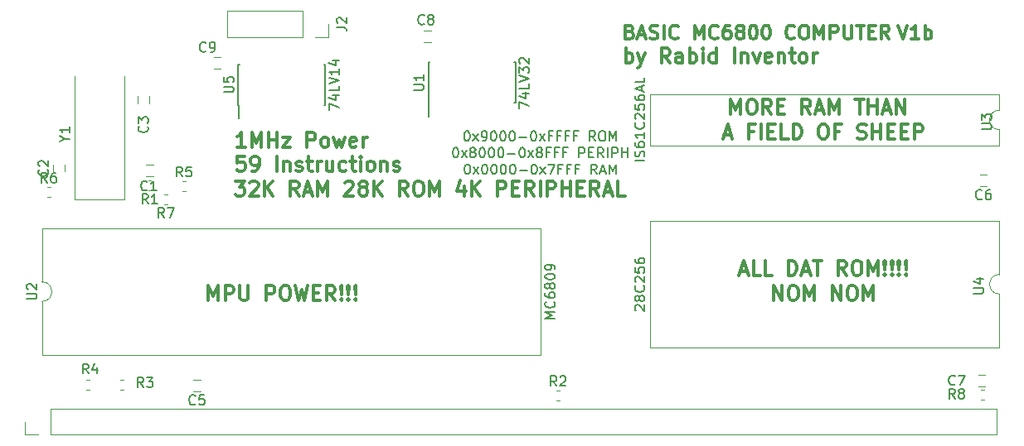
<source format=gbr>
G04 #@! TF.GenerationSoftware,KiCad,Pcbnew,(5.0.0)*
G04 #@! TF.CreationDate,2020-08-03T17:04:06+01:00*
G04 #@! TF.ProjectId,basic-mc6800,62617369632D6D63363830302E6B6963,rev?*
G04 #@! TF.SameCoordinates,Original*
G04 #@! TF.FileFunction,Legend,Top*
G04 #@! TF.FilePolarity,Positive*
%FSLAX46Y46*%
G04 Gerber Fmt 4.6, Leading zero omitted, Abs format (unit mm)*
G04 Created by KiCad (PCBNEW (5.0.0)) date 08/03/20 17:04:06*
%MOMM*%
%LPD*%
G01*
G04 APERTURE LIST*
%ADD10C,0.300000*%
%ADD11C,0.200000*%
%ADD12C,0.120000*%
%ADD13C,0.150000*%
G04 APERTURE END LIST*
D10*
X187533333Y-59133333D02*
X188000000Y-60533333D01*
X188466666Y-59133333D01*
X189666666Y-60533333D02*
X188866666Y-60533333D01*
X189266666Y-60533333D02*
X189266666Y-59133333D01*
X189133333Y-59333333D01*
X189000000Y-59466666D01*
X188866666Y-59533333D01*
X190266666Y-60533333D02*
X190266666Y-59133333D01*
X190266666Y-59666666D02*
X190400000Y-59600000D01*
X190666666Y-59600000D01*
X190800000Y-59666666D01*
X190866666Y-59733333D01*
X190933333Y-59866666D01*
X190933333Y-60266666D01*
X190866666Y-60400000D01*
X190800000Y-60466666D01*
X190666666Y-60533333D01*
X190400000Y-60533333D01*
X190266666Y-60466666D01*
X170435714Y-68203571D02*
X170435714Y-66703571D01*
X170935714Y-67775000D01*
X171435714Y-66703571D01*
X171435714Y-68203571D01*
X172435714Y-66703571D02*
X172721428Y-66703571D01*
X172864285Y-66775000D01*
X173007142Y-66917857D01*
X173078571Y-67203571D01*
X173078571Y-67703571D01*
X173007142Y-67989285D01*
X172864285Y-68132142D01*
X172721428Y-68203571D01*
X172435714Y-68203571D01*
X172292857Y-68132142D01*
X172150000Y-67989285D01*
X172078571Y-67703571D01*
X172078571Y-67203571D01*
X172150000Y-66917857D01*
X172292857Y-66775000D01*
X172435714Y-66703571D01*
X174578571Y-68203571D02*
X174078571Y-67489285D01*
X173721428Y-68203571D02*
X173721428Y-66703571D01*
X174292857Y-66703571D01*
X174435714Y-66775000D01*
X174507142Y-66846428D01*
X174578571Y-66989285D01*
X174578571Y-67203571D01*
X174507142Y-67346428D01*
X174435714Y-67417857D01*
X174292857Y-67489285D01*
X173721428Y-67489285D01*
X175221428Y-67417857D02*
X175721428Y-67417857D01*
X175935714Y-68203571D02*
X175221428Y-68203571D01*
X175221428Y-66703571D01*
X175935714Y-66703571D01*
X178578571Y-68203571D02*
X178078571Y-67489285D01*
X177721428Y-68203571D02*
X177721428Y-66703571D01*
X178292857Y-66703571D01*
X178435714Y-66775000D01*
X178507142Y-66846428D01*
X178578571Y-66989285D01*
X178578571Y-67203571D01*
X178507142Y-67346428D01*
X178435714Y-67417857D01*
X178292857Y-67489285D01*
X177721428Y-67489285D01*
X179150000Y-67775000D02*
X179864285Y-67775000D01*
X179007142Y-68203571D02*
X179507142Y-66703571D01*
X180007142Y-68203571D01*
X180507142Y-68203571D02*
X180507142Y-66703571D01*
X181007142Y-67775000D01*
X181507142Y-66703571D01*
X181507142Y-68203571D01*
X183150000Y-66703571D02*
X184007142Y-66703571D01*
X183578571Y-68203571D02*
X183578571Y-66703571D01*
X184507142Y-68203571D02*
X184507142Y-66703571D01*
X184507142Y-67417857D02*
X185364285Y-67417857D01*
X185364285Y-68203571D02*
X185364285Y-66703571D01*
X186007142Y-67775000D02*
X186721428Y-67775000D01*
X185864285Y-68203571D02*
X186364285Y-66703571D01*
X186864285Y-68203571D01*
X187364285Y-68203571D02*
X187364285Y-66703571D01*
X188221428Y-68203571D01*
X188221428Y-66703571D01*
X169757142Y-70325000D02*
X170471428Y-70325000D01*
X169614285Y-70753571D02*
X170114285Y-69253571D01*
X170614285Y-70753571D01*
X172757142Y-69967857D02*
X172257142Y-69967857D01*
X172257142Y-70753571D02*
X172257142Y-69253571D01*
X172971428Y-69253571D01*
X173542857Y-70753571D02*
X173542857Y-69253571D01*
X174257142Y-69967857D02*
X174757142Y-69967857D01*
X174971428Y-70753571D02*
X174257142Y-70753571D01*
X174257142Y-69253571D01*
X174971428Y-69253571D01*
X176328571Y-70753571D02*
X175614285Y-70753571D01*
X175614285Y-69253571D01*
X176828571Y-70753571D02*
X176828571Y-69253571D01*
X177185714Y-69253571D01*
X177400000Y-69325000D01*
X177542857Y-69467857D01*
X177614285Y-69610714D01*
X177685714Y-69896428D01*
X177685714Y-70110714D01*
X177614285Y-70396428D01*
X177542857Y-70539285D01*
X177400000Y-70682142D01*
X177185714Y-70753571D01*
X176828571Y-70753571D01*
X179757142Y-69253571D02*
X180042857Y-69253571D01*
X180185714Y-69325000D01*
X180328571Y-69467857D01*
X180400000Y-69753571D01*
X180400000Y-70253571D01*
X180328571Y-70539285D01*
X180185714Y-70682142D01*
X180042857Y-70753571D01*
X179757142Y-70753571D01*
X179614285Y-70682142D01*
X179471428Y-70539285D01*
X179400000Y-70253571D01*
X179400000Y-69753571D01*
X179471428Y-69467857D01*
X179614285Y-69325000D01*
X179757142Y-69253571D01*
X181542857Y-69967857D02*
X181042857Y-69967857D01*
X181042857Y-70753571D02*
X181042857Y-69253571D01*
X181757142Y-69253571D01*
X183400000Y-70682142D02*
X183614285Y-70753571D01*
X183971428Y-70753571D01*
X184114285Y-70682142D01*
X184185714Y-70610714D01*
X184257142Y-70467857D01*
X184257142Y-70325000D01*
X184185714Y-70182142D01*
X184114285Y-70110714D01*
X183971428Y-70039285D01*
X183685714Y-69967857D01*
X183542857Y-69896428D01*
X183471428Y-69825000D01*
X183400000Y-69682142D01*
X183400000Y-69539285D01*
X183471428Y-69396428D01*
X183542857Y-69325000D01*
X183685714Y-69253571D01*
X184042857Y-69253571D01*
X184257142Y-69325000D01*
X184900000Y-70753571D02*
X184900000Y-69253571D01*
X184900000Y-69967857D02*
X185757142Y-69967857D01*
X185757142Y-70753571D02*
X185757142Y-69253571D01*
X186471428Y-69967857D02*
X186971428Y-69967857D01*
X187185714Y-70753571D02*
X186471428Y-70753571D01*
X186471428Y-69253571D01*
X187185714Y-69253571D01*
X187828571Y-69967857D02*
X188328571Y-69967857D01*
X188542857Y-70753571D02*
X187828571Y-70753571D01*
X187828571Y-69253571D01*
X188542857Y-69253571D01*
X189185714Y-70753571D02*
X189185714Y-69253571D01*
X189757142Y-69253571D01*
X189900000Y-69325000D01*
X189971428Y-69396428D01*
X190042857Y-69539285D01*
X190042857Y-69753571D01*
X189971428Y-69896428D01*
X189900000Y-69967857D01*
X189757142Y-70039285D01*
X189185714Y-70039285D01*
X171400000Y-84275000D02*
X172114285Y-84275000D01*
X171257142Y-84703571D02*
X171757142Y-83203571D01*
X172257142Y-84703571D01*
X173471428Y-84703571D02*
X172757142Y-84703571D01*
X172757142Y-83203571D01*
X174685714Y-84703571D02*
X173971428Y-84703571D01*
X173971428Y-83203571D01*
X176328571Y-84703571D02*
X176328571Y-83203571D01*
X176685714Y-83203571D01*
X176900000Y-83275000D01*
X177042857Y-83417857D01*
X177114285Y-83560714D01*
X177185714Y-83846428D01*
X177185714Y-84060714D01*
X177114285Y-84346428D01*
X177042857Y-84489285D01*
X176900000Y-84632142D01*
X176685714Y-84703571D01*
X176328571Y-84703571D01*
X177757142Y-84275000D02*
X178471428Y-84275000D01*
X177614285Y-84703571D02*
X178114285Y-83203571D01*
X178614285Y-84703571D01*
X178900000Y-83203571D02*
X179757142Y-83203571D01*
X179328571Y-84703571D02*
X179328571Y-83203571D01*
X182257142Y-84703571D02*
X181757142Y-83989285D01*
X181400000Y-84703571D02*
X181400000Y-83203571D01*
X181971428Y-83203571D01*
X182114285Y-83275000D01*
X182185714Y-83346428D01*
X182257142Y-83489285D01*
X182257142Y-83703571D01*
X182185714Y-83846428D01*
X182114285Y-83917857D01*
X181971428Y-83989285D01*
X181400000Y-83989285D01*
X183185714Y-83203571D02*
X183471428Y-83203571D01*
X183614285Y-83275000D01*
X183757142Y-83417857D01*
X183828571Y-83703571D01*
X183828571Y-84203571D01*
X183757142Y-84489285D01*
X183614285Y-84632142D01*
X183471428Y-84703571D01*
X183185714Y-84703571D01*
X183042857Y-84632142D01*
X182900000Y-84489285D01*
X182828571Y-84203571D01*
X182828571Y-83703571D01*
X182900000Y-83417857D01*
X183042857Y-83275000D01*
X183185714Y-83203571D01*
X184471428Y-84703571D02*
X184471428Y-83203571D01*
X184971428Y-84275000D01*
X185471428Y-83203571D01*
X185471428Y-84703571D01*
X186185714Y-84560714D02*
X186257142Y-84632142D01*
X186185714Y-84703571D01*
X186114285Y-84632142D01*
X186185714Y-84560714D01*
X186185714Y-84703571D01*
X186185714Y-84132142D02*
X186114285Y-83275000D01*
X186185714Y-83203571D01*
X186257142Y-83275000D01*
X186185714Y-84132142D01*
X186185714Y-83203571D01*
X186900000Y-84560714D02*
X186971428Y-84632142D01*
X186900000Y-84703571D01*
X186828571Y-84632142D01*
X186900000Y-84560714D01*
X186900000Y-84703571D01*
X186900000Y-84132142D02*
X186828571Y-83275000D01*
X186900000Y-83203571D01*
X186971428Y-83275000D01*
X186900000Y-84132142D01*
X186900000Y-83203571D01*
X187614285Y-84560714D02*
X187685714Y-84632142D01*
X187614285Y-84703571D01*
X187542857Y-84632142D01*
X187614285Y-84560714D01*
X187614285Y-84703571D01*
X187614285Y-84132142D02*
X187542857Y-83275000D01*
X187614285Y-83203571D01*
X187685714Y-83275000D01*
X187614285Y-84132142D01*
X187614285Y-83203571D01*
X188328571Y-84560714D02*
X188400000Y-84632142D01*
X188328571Y-84703571D01*
X188257142Y-84632142D01*
X188328571Y-84560714D01*
X188328571Y-84703571D01*
X188328571Y-84132142D02*
X188257142Y-83275000D01*
X188328571Y-83203571D01*
X188400000Y-83275000D01*
X188328571Y-84132142D01*
X188328571Y-83203571D01*
X174828571Y-87253571D02*
X174828571Y-85753571D01*
X175685714Y-87253571D01*
X175685714Y-85753571D01*
X176685714Y-85753571D02*
X176971428Y-85753571D01*
X177114285Y-85825000D01*
X177257142Y-85967857D01*
X177328571Y-86253571D01*
X177328571Y-86753571D01*
X177257142Y-87039285D01*
X177114285Y-87182142D01*
X176971428Y-87253571D01*
X176685714Y-87253571D01*
X176542857Y-87182142D01*
X176400000Y-87039285D01*
X176328571Y-86753571D01*
X176328571Y-86253571D01*
X176400000Y-85967857D01*
X176542857Y-85825000D01*
X176685714Y-85753571D01*
X177971428Y-87253571D02*
X177971428Y-85753571D01*
X178471428Y-86825000D01*
X178971428Y-85753571D01*
X178971428Y-87253571D01*
X180828571Y-87253571D02*
X180828571Y-85753571D01*
X181685714Y-87253571D01*
X181685714Y-85753571D01*
X182685714Y-85753571D02*
X182971428Y-85753571D01*
X183114285Y-85825000D01*
X183257142Y-85967857D01*
X183328571Y-86253571D01*
X183328571Y-86753571D01*
X183257142Y-87039285D01*
X183114285Y-87182142D01*
X182971428Y-87253571D01*
X182685714Y-87253571D01*
X182542857Y-87182142D01*
X182400000Y-87039285D01*
X182328571Y-86753571D01*
X182328571Y-86253571D01*
X182400000Y-85967857D01*
X182542857Y-85825000D01*
X182685714Y-85753571D01*
X183971428Y-87253571D02*
X183971428Y-85753571D01*
X184471428Y-86825000D01*
X184971428Y-85753571D01*
X184971428Y-87253571D01*
X117100000Y-87278571D02*
X117100000Y-85778571D01*
X117600000Y-86850000D01*
X118100000Y-85778571D01*
X118100000Y-87278571D01*
X118814285Y-87278571D02*
X118814285Y-85778571D01*
X119385714Y-85778571D01*
X119528571Y-85850000D01*
X119600000Y-85921428D01*
X119671428Y-86064285D01*
X119671428Y-86278571D01*
X119600000Y-86421428D01*
X119528571Y-86492857D01*
X119385714Y-86564285D01*
X118814285Y-86564285D01*
X120314285Y-85778571D02*
X120314285Y-86992857D01*
X120385714Y-87135714D01*
X120457142Y-87207142D01*
X120600000Y-87278571D01*
X120885714Y-87278571D01*
X121028571Y-87207142D01*
X121100000Y-87135714D01*
X121171428Y-86992857D01*
X121171428Y-85778571D01*
X123028571Y-87278571D02*
X123028571Y-85778571D01*
X123600000Y-85778571D01*
X123742857Y-85850000D01*
X123814285Y-85921428D01*
X123885714Y-86064285D01*
X123885714Y-86278571D01*
X123814285Y-86421428D01*
X123742857Y-86492857D01*
X123600000Y-86564285D01*
X123028571Y-86564285D01*
X124814285Y-85778571D02*
X125100000Y-85778571D01*
X125242857Y-85850000D01*
X125385714Y-85992857D01*
X125457142Y-86278571D01*
X125457142Y-86778571D01*
X125385714Y-87064285D01*
X125242857Y-87207142D01*
X125100000Y-87278571D01*
X124814285Y-87278571D01*
X124671428Y-87207142D01*
X124528571Y-87064285D01*
X124457142Y-86778571D01*
X124457142Y-86278571D01*
X124528571Y-85992857D01*
X124671428Y-85850000D01*
X124814285Y-85778571D01*
X125957142Y-85778571D02*
X126314285Y-87278571D01*
X126600000Y-86207142D01*
X126885714Y-87278571D01*
X127242857Y-85778571D01*
X127814285Y-86492857D02*
X128314285Y-86492857D01*
X128528571Y-87278571D02*
X127814285Y-87278571D01*
X127814285Y-85778571D01*
X128528571Y-85778571D01*
X130028571Y-87278571D02*
X129528571Y-86564285D01*
X129171428Y-87278571D02*
X129171428Y-85778571D01*
X129742857Y-85778571D01*
X129885714Y-85850000D01*
X129957142Y-85921428D01*
X130028571Y-86064285D01*
X130028571Y-86278571D01*
X129957142Y-86421428D01*
X129885714Y-86492857D01*
X129742857Y-86564285D01*
X129171428Y-86564285D01*
X130671428Y-87135714D02*
X130742857Y-87207142D01*
X130671428Y-87278571D01*
X130600000Y-87207142D01*
X130671428Y-87135714D01*
X130671428Y-87278571D01*
X130671428Y-86707142D02*
X130600000Y-85850000D01*
X130671428Y-85778571D01*
X130742857Y-85850000D01*
X130671428Y-86707142D01*
X130671428Y-85778571D01*
X131385714Y-87135714D02*
X131457142Y-87207142D01*
X131385714Y-87278571D01*
X131314285Y-87207142D01*
X131385714Y-87135714D01*
X131385714Y-87278571D01*
X131385714Y-86707142D02*
X131314285Y-85850000D01*
X131385714Y-85778571D01*
X131457142Y-85850000D01*
X131385714Y-86707142D01*
X131385714Y-85778571D01*
X132100000Y-87135714D02*
X132171428Y-87207142D01*
X132100000Y-87278571D01*
X132028571Y-87207142D01*
X132100000Y-87135714D01*
X132100000Y-87278571D01*
X132100000Y-86707142D02*
X132028571Y-85850000D01*
X132100000Y-85778571D01*
X132171428Y-85850000D01*
X132100000Y-86707142D01*
X132100000Y-85778571D01*
X120785085Y-72533771D02*
X120070799Y-72533771D01*
X119999371Y-73248057D01*
X120070799Y-73176628D01*
X120213657Y-73105200D01*
X120570799Y-73105200D01*
X120713657Y-73176628D01*
X120785085Y-73248057D01*
X120856514Y-73390914D01*
X120856514Y-73748057D01*
X120785085Y-73890914D01*
X120713657Y-73962342D01*
X120570799Y-74033771D01*
X120213657Y-74033771D01*
X120070799Y-73962342D01*
X119999371Y-73890914D01*
X121570799Y-74033771D02*
X121856514Y-74033771D01*
X121999371Y-73962342D01*
X122070799Y-73890914D01*
X122213657Y-73676628D01*
X122285085Y-73390914D01*
X122285085Y-72819485D01*
X122213657Y-72676628D01*
X122142228Y-72605200D01*
X121999371Y-72533771D01*
X121713657Y-72533771D01*
X121570799Y-72605200D01*
X121499371Y-72676628D01*
X121427942Y-72819485D01*
X121427942Y-73176628D01*
X121499371Y-73319485D01*
X121570799Y-73390914D01*
X121713657Y-73462342D01*
X121999371Y-73462342D01*
X122142228Y-73390914D01*
X122213657Y-73319485D01*
X122285085Y-73176628D01*
X124070799Y-74033771D02*
X124070799Y-72533771D01*
X124785085Y-73033771D02*
X124785085Y-74033771D01*
X124785085Y-73176628D02*
X124856514Y-73105200D01*
X124999371Y-73033771D01*
X125213657Y-73033771D01*
X125356514Y-73105200D01*
X125427942Y-73248057D01*
X125427942Y-74033771D01*
X126070799Y-73962342D02*
X126213657Y-74033771D01*
X126499371Y-74033771D01*
X126642228Y-73962342D01*
X126713657Y-73819485D01*
X126713657Y-73748057D01*
X126642228Y-73605200D01*
X126499371Y-73533771D01*
X126285085Y-73533771D01*
X126142228Y-73462342D01*
X126070799Y-73319485D01*
X126070799Y-73248057D01*
X126142228Y-73105200D01*
X126285085Y-73033771D01*
X126499371Y-73033771D01*
X126642228Y-73105200D01*
X127142228Y-73033771D02*
X127713657Y-73033771D01*
X127356514Y-72533771D02*
X127356514Y-73819485D01*
X127427942Y-73962342D01*
X127570799Y-74033771D01*
X127713657Y-74033771D01*
X128213657Y-74033771D02*
X128213657Y-73033771D01*
X128213657Y-73319485D02*
X128285085Y-73176628D01*
X128356514Y-73105200D01*
X128499371Y-73033771D01*
X128642228Y-73033771D01*
X129785085Y-73033771D02*
X129785085Y-74033771D01*
X129142228Y-73033771D02*
X129142228Y-73819485D01*
X129213657Y-73962342D01*
X129356514Y-74033771D01*
X129570799Y-74033771D01*
X129713657Y-73962342D01*
X129785085Y-73890914D01*
X131142228Y-73962342D02*
X130999371Y-74033771D01*
X130713657Y-74033771D01*
X130570799Y-73962342D01*
X130499371Y-73890914D01*
X130427942Y-73748057D01*
X130427942Y-73319485D01*
X130499371Y-73176628D01*
X130570799Y-73105200D01*
X130713657Y-73033771D01*
X130999371Y-73033771D01*
X131142228Y-73105200D01*
X131570799Y-73033771D02*
X132142228Y-73033771D01*
X131785085Y-72533771D02*
X131785085Y-73819485D01*
X131856514Y-73962342D01*
X131999371Y-74033771D01*
X132142228Y-74033771D01*
X132642228Y-74033771D02*
X132642228Y-73033771D01*
X132642228Y-72533771D02*
X132570799Y-72605200D01*
X132642228Y-72676628D01*
X132713657Y-72605200D01*
X132642228Y-72533771D01*
X132642228Y-72676628D01*
X133570799Y-74033771D02*
X133427942Y-73962342D01*
X133356514Y-73890914D01*
X133285085Y-73748057D01*
X133285085Y-73319485D01*
X133356514Y-73176628D01*
X133427942Y-73105200D01*
X133570799Y-73033771D01*
X133785085Y-73033771D01*
X133927942Y-73105200D01*
X133999371Y-73176628D01*
X134070799Y-73319485D01*
X134070799Y-73748057D01*
X133999371Y-73890914D01*
X133927942Y-73962342D01*
X133785085Y-74033771D01*
X133570799Y-74033771D01*
X134713657Y-73033771D02*
X134713657Y-74033771D01*
X134713657Y-73176628D02*
X134785085Y-73105200D01*
X134927942Y-73033771D01*
X135142228Y-73033771D01*
X135285085Y-73105200D01*
X135356514Y-73248057D01*
X135356514Y-74033771D01*
X135999371Y-73962342D02*
X136142228Y-74033771D01*
X136427942Y-74033771D01*
X136570800Y-73962342D01*
X136642228Y-73819485D01*
X136642228Y-73748057D01*
X136570800Y-73605200D01*
X136427942Y-73533771D01*
X136213657Y-73533771D01*
X136070800Y-73462342D01*
X135999371Y-73319485D01*
X135999371Y-73248057D01*
X136070800Y-73105200D01*
X136213657Y-73033771D01*
X136427942Y-73033771D01*
X136570800Y-73105200D01*
X120879314Y-71595371D02*
X120022171Y-71595371D01*
X120450742Y-71595371D02*
X120450742Y-70095371D01*
X120307885Y-70309657D01*
X120165028Y-70452514D01*
X120022171Y-70523942D01*
X121522171Y-71595371D02*
X121522171Y-70095371D01*
X122022171Y-71166800D01*
X122522171Y-70095371D01*
X122522171Y-71595371D01*
X123236457Y-71595371D02*
X123236457Y-70095371D01*
X123236457Y-70809657D02*
X124093600Y-70809657D01*
X124093600Y-71595371D02*
X124093600Y-70095371D01*
X124665028Y-70595371D02*
X125450742Y-70595371D01*
X124665028Y-71595371D01*
X125450742Y-71595371D01*
X127165028Y-71595371D02*
X127165028Y-70095371D01*
X127736457Y-70095371D01*
X127879314Y-70166800D01*
X127950742Y-70238228D01*
X128022171Y-70381085D01*
X128022171Y-70595371D01*
X127950742Y-70738228D01*
X127879314Y-70809657D01*
X127736457Y-70881085D01*
X127165028Y-70881085D01*
X128879314Y-71595371D02*
X128736457Y-71523942D01*
X128665028Y-71452514D01*
X128593600Y-71309657D01*
X128593600Y-70881085D01*
X128665028Y-70738228D01*
X128736457Y-70666800D01*
X128879314Y-70595371D01*
X129093600Y-70595371D01*
X129236457Y-70666800D01*
X129307885Y-70738228D01*
X129379314Y-70881085D01*
X129379314Y-71309657D01*
X129307885Y-71452514D01*
X129236457Y-71523942D01*
X129093600Y-71595371D01*
X128879314Y-71595371D01*
X129879314Y-70595371D02*
X130165028Y-71595371D01*
X130450742Y-70881085D01*
X130736457Y-71595371D01*
X131022171Y-70595371D01*
X132165028Y-71523942D02*
X132022171Y-71595371D01*
X131736457Y-71595371D01*
X131593600Y-71523942D01*
X131522171Y-71381085D01*
X131522171Y-70809657D01*
X131593600Y-70666800D01*
X131736457Y-70595371D01*
X132022171Y-70595371D01*
X132165028Y-70666800D01*
X132236457Y-70809657D01*
X132236457Y-70952514D01*
X131522171Y-71095371D01*
X132879314Y-71595371D02*
X132879314Y-70595371D01*
X132879314Y-70881085D02*
X132950742Y-70738228D01*
X133022171Y-70666800D01*
X133165028Y-70595371D01*
X133307885Y-70595371D01*
D11*
X143452380Y-69952380D02*
X143547619Y-69952380D01*
X143642857Y-70000000D01*
X143690476Y-70047619D01*
X143738095Y-70142857D01*
X143785714Y-70333333D01*
X143785714Y-70571428D01*
X143738095Y-70761904D01*
X143690476Y-70857142D01*
X143642857Y-70904761D01*
X143547619Y-70952380D01*
X143452380Y-70952380D01*
X143357142Y-70904761D01*
X143309523Y-70857142D01*
X143261904Y-70761904D01*
X143214285Y-70571428D01*
X143214285Y-70333333D01*
X143261904Y-70142857D01*
X143309523Y-70047619D01*
X143357142Y-70000000D01*
X143452380Y-69952380D01*
X144119047Y-70952380D02*
X144642857Y-70285714D01*
X144119047Y-70285714D02*
X144642857Y-70952380D01*
X145071428Y-70952380D02*
X145261904Y-70952380D01*
X145357142Y-70904761D01*
X145404761Y-70857142D01*
X145500000Y-70714285D01*
X145547619Y-70523809D01*
X145547619Y-70142857D01*
X145500000Y-70047619D01*
X145452380Y-70000000D01*
X145357142Y-69952380D01*
X145166666Y-69952380D01*
X145071428Y-70000000D01*
X145023809Y-70047619D01*
X144976190Y-70142857D01*
X144976190Y-70380952D01*
X145023809Y-70476190D01*
X145071428Y-70523809D01*
X145166666Y-70571428D01*
X145357142Y-70571428D01*
X145452380Y-70523809D01*
X145500000Y-70476190D01*
X145547619Y-70380952D01*
X146166666Y-69952380D02*
X146261904Y-69952380D01*
X146357142Y-70000000D01*
X146404761Y-70047619D01*
X146452380Y-70142857D01*
X146500000Y-70333333D01*
X146500000Y-70571428D01*
X146452380Y-70761904D01*
X146404761Y-70857142D01*
X146357142Y-70904761D01*
X146261904Y-70952380D01*
X146166666Y-70952380D01*
X146071428Y-70904761D01*
X146023809Y-70857142D01*
X145976190Y-70761904D01*
X145928571Y-70571428D01*
X145928571Y-70333333D01*
X145976190Y-70142857D01*
X146023809Y-70047619D01*
X146071428Y-70000000D01*
X146166666Y-69952380D01*
X147119047Y-69952380D02*
X147214285Y-69952380D01*
X147309523Y-70000000D01*
X147357142Y-70047619D01*
X147404761Y-70142857D01*
X147452380Y-70333333D01*
X147452380Y-70571428D01*
X147404761Y-70761904D01*
X147357142Y-70857142D01*
X147309523Y-70904761D01*
X147214285Y-70952380D01*
X147119047Y-70952380D01*
X147023809Y-70904761D01*
X146976190Y-70857142D01*
X146928571Y-70761904D01*
X146880952Y-70571428D01*
X146880952Y-70333333D01*
X146928571Y-70142857D01*
X146976190Y-70047619D01*
X147023809Y-70000000D01*
X147119047Y-69952380D01*
X148071428Y-69952380D02*
X148166666Y-69952380D01*
X148261904Y-70000000D01*
X148309523Y-70047619D01*
X148357142Y-70142857D01*
X148404761Y-70333333D01*
X148404761Y-70571428D01*
X148357142Y-70761904D01*
X148309523Y-70857142D01*
X148261904Y-70904761D01*
X148166666Y-70952380D01*
X148071428Y-70952380D01*
X147976190Y-70904761D01*
X147928571Y-70857142D01*
X147880952Y-70761904D01*
X147833333Y-70571428D01*
X147833333Y-70333333D01*
X147880952Y-70142857D01*
X147928571Y-70047619D01*
X147976190Y-70000000D01*
X148071428Y-69952380D01*
X148833333Y-70571428D02*
X149595238Y-70571428D01*
X150261904Y-69952380D02*
X150357142Y-69952380D01*
X150452380Y-70000000D01*
X150500000Y-70047619D01*
X150547619Y-70142857D01*
X150595238Y-70333333D01*
X150595238Y-70571428D01*
X150547619Y-70761904D01*
X150500000Y-70857142D01*
X150452380Y-70904761D01*
X150357142Y-70952380D01*
X150261904Y-70952380D01*
X150166666Y-70904761D01*
X150119047Y-70857142D01*
X150071428Y-70761904D01*
X150023809Y-70571428D01*
X150023809Y-70333333D01*
X150071428Y-70142857D01*
X150119047Y-70047619D01*
X150166666Y-70000000D01*
X150261904Y-69952380D01*
X150928571Y-70952380D02*
X151452380Y-70285714D01*
X150928571Y-70285714D02*
X151452380Y-70952380D01*
X152166666Y-70428571D02*
X151833333Y-70428571D01*
X151833333Y-70952380D02*
X151833333Y-69952380D01*
X152309523Y-69952380D01*
X153023809Y-70428571D02*
X152690476Y-70428571D01*
X152690476Y-70952380D02*
X152690476Y-69952380D01*
X153166666Y-69952380D01*
X153880952Y-70428571D02*
X153547619Y-70428571D01*
X153547619Y-70952380D02*
X153547619Y-69952380D01*
X154023809Y-69952380D01*
X154738095Y-70428571D02*
X154404761Y-70428571D01*
X154404761Y-70952380D02*
X154404761Y-69952380D01*
X154880952Y-69952380D01*
X156595238Y-70952380D02*
X156261904Y-70476190D01*
X156023809Y-70952380D02*
X156023809Y-69952380D01*
X156404761Y-69952380D01*
X156500000Y-70000000D01*
X156547619Y-70047619D01*
X156595238Y-70142857D01*
X156595238Y-70285714D01*
X156547619Y-70380952D01*
X156500000Y-70428571D01*
X156404761Y-70476190D01*
X156023809Y-70476190D01*
X157214285Y-69952380D02*
X157404761Y-69952380D01*
X157500000Y-70000000D01*
X157595238Y-70095238D01*
X157642857Y-70285714D01*
X157642857Y-70619047D01*
X157595238Y-70809523D01*
X157500000Y-70904761D01*
X157404761Y-70952380D01*
X157214285Y-70952380D01*
X157119047Y-70904761D01*
X157023809Y-70809523D01*
X156976190Y-70619047D01*
X156976190Y-70285714D01*
X157023809Y-70095238D01*
X157119047Y-70000000D01*
X157214285Y-69952380D01*
X158071428Y-70952380D02*
X158071428Y-69952380D01*
X158404761Y-70666666D01*
X158738095Y-69952380D01*
X158738095Y-70952380D01*
X142285714Y-71652380D02*
X142380952Y-71652380D01*
X142476190Y-71700000D01*
X142523809Y-71747619D01*
X142571428Y-71842857D01*
X142619047Y-72033333D01*
X142619047Y-72271428D01*
X142571428Y-72461904D01*
X142523809Y-72557142D01*
X142476190Y-72604761D01*
X142380952Y-72652380D01*
X142285714Y-72652380D01*
X142190476Y-72604761D01*
X142142857Y-72557142D01*
X142095238Y-72461904D01*
X142047619Y-72271428D01*
X142047619Y-72033333D01*
X142095238Y-71842857D01*
X142142857Y-71747619D01*
X142190476Y-71700000D01*
X142285714Y-71652380D01*
X142952380Y-72652380D02*
X143476190Y-71985714D01*
X142952380Y-71985714D02*
X143476190Y-72652380D01*
X144000000Y-72080952D02*
X143904761Y-72033333D01*
X143857142Y-71985714D01*
X143809523Y-71890476D01*
X143809523Y-71842857D01*
X143857142Y-71747619D01*
X143904761Y-71700000D01*
X144000000Y-71652380D01*
X144190476Y-71652380D01*
X144285714Y-71700000D01*
X144333333Y-71747619D01*
X144380952Y-71842857D01*
X144380952Y-71890476D01*
X144333333Y-71985714D01*
X144285714Y-72033333D01*
X144190476Y-72080952D01*
X144000000Y-72080952D01*
X143904761Y-72128571D01*
X143857142Y-72176190D01*
X143809523Y-72271428D01*
X143809523Y-72461904D01*
X143857142Y-72557142D01*
X143904761Y-72604761D01*
X144000000Y-72652380D01*
X144190476Y-72652380D01*
X144285714Y-72604761D01*
X144333333Y-72557142D01*
X144380952Y-72461904D01*
X144380952Y-72271428D01*
X144333333Y-72176190D01*
X144285714Y-72128571D01*
X144190476Y-72080952D01*
X145000000Y-71652380D02*
X145095238Y-71652380D01*
X145190476Y-71700000D01*
X145238095Y-71747619D01*
X145285714Y-71842857D01*
X145333333Y-72033333D01*
X145333333Y-72271428D01*
X145285714Y-72461904D01*
X145238095Y-72557142D01*
X145190476Y-72604761D01*
X145095238Y-72652380D01*
X145000000Y-72652380D01*
X144904761Y-72604761D01*
X144857142Y-72557142D01*
X144809523Y-72461904D01*
X144761904Y-72271428D01*
X144761904Y-72033333D01*
X144809523Y-71842857D01*
X144857142Y-71747619D01*
X144904761Y-71700000D01*
X145000000Y-71652380D01*
X145952380Y-71652380D02*
X146047619Y-71652380D01*
X146142857Y-71700000D01*
X146190476Y-71747619D01*
X146238095Y-71842857D01*
X146285714Y-72033333D01*
X146285714Y-72271428D01*
X146238095Y-72461904D01*
X146190476Y-72557142D01*
X146142857Y-72604761D01*
X146047619Y-72652380D01*
X145952380Y-72652380D01*
X145857142Y-72604761D01*
X145809523Y-72557142D01*
X145761904Y-72461904D01*
X145714285Y-72271428D01*
X145714285Y-72033333D01*
X145761904Y-71842857D01*
X145809523Y-71747619D01*
X145857142Y-71700000D01*
X145952380Y-71652380D01*
X146904761Y-71652380D02*
X147000000Y-71652380D01*
X147095238Y-71700000D01*
X147142857Y-71747619D01*
X147190476Y-71842857D01*
X147238095Y-72033333D01*
X147238095Y-72271428D01*
X147190476Y-72461904D01*
X147142857Y-72557142D01*
X147095238Y-72604761D01*
X147000000Y-72652380D01*
X146904761Y-72652380D01*
X146809523Y-72604761D01*
X146761904Y-72557142D01*
X146714285Y-72461904D01*
X146666666Y-72271428D01*
X146666666Y-72033333D01*
X146714285Y-71842857D01*
X146761904Y-71747619D01*
X146809523Y-71700000D01*
X146904761Y-71652380D01*
X147666666Y-72271428D02*
X148428571Y-72271428D01*
X149095238Y-71652380D02*
X149190476Y-71652380D01*
X149285714Y-71700000D01*
X149333333Y-71747619D01*
X149380952Y-71842857D01*
X149428571Y-72033333D01*
X149428571Y-72271428D01*
X149380952Y-72461904D01*
X149333333Y-72557142D01*
X149285714Y-72604761D01*
X149190476Y-72652380D01*
X149095238Y-72652380D01*
X149000000Y-72604761D01*
X148952380Y-72557142D01*
X148904761Y-72461904D01*
X148857142Y-72271428D01*
X148857142Y-72033333D01*
X148904761Y-71842857D01*
X148952380Y-71747619D01*
X149000000Y-71700000D01*
X149095238Y-71652380D01*
X149761904Y-72652380D02*
X150285714Y-71985714D01*
X149761904Y-71985714D02*
X150285714Y-72652380D01*
X150809523Y-72080952D02*
X150714285Y-72033333D01*
X150666666Y-71985714D01*
X150619047Y-71890476D01*
X150619047Y-71842857D01*
X150666666Y-71747619D01*
X150714285Y-71700000D01*
X150809523Y-71652380D01*
X151000000Y-71652380D01*
X151095238Y-71700000D01*
X151142857Y-71747619D01*
X151190476Y-71842857D01*
X151190476Y-71890476D01*
X151142857Y-71985714D01*
X151095238Y-72033333D01*
X151000000Y-72080952D01*
X150809523Y-72080952D01*
X150714285Y-72128571D01*
X150666666Y-72176190D01*
X150619047Y-72271428D01*
X150619047Y-72461904D01*
X150666666Y-72557142D01*
X150714285Y-72604761D01*
X150809523Y-72652380D01*
X151000000Y-72652380D01*
X151095238Y-72604761D01*
X151142857Y-72557142D01*
X151190476Y-72461904D01*
X151190476Y-72271428D01*
X151142857Y-72176190D01*
X151095238Y-72128571D01*
X151000000Y-72080952D01*
X151952380Y-72128571D02*
X151619047Y-72128571D01*
X151619047Y-72652380D02*
X151619047Y-71652380D01*
X152095238Y-71652380D01*
X152809523Y-72128571D02*
X152476190Y-72128571D01*
X152476190Y-72652380D02*
X152476190Y-71652380D01*
X152952380Y-71652380D01*
X153666666Y-72128571D02*
X153333333Y-72128571D01*
X153333333Y-72652380D02*
X153333333Y-71652380D01*
X153809523Y-71652380D01*
X154952380Y-72652380D02*
X154952380Y-71652380D01*
X155333333Y-71652380D01*
X155428571Y-71700000D01*
X155476190Y-71747619D01*
X155523809Y-71842857D01*
X155523809Y-71985714D01*
X155476190Y-72080952D01*
X155428571Y-72128571D01*
X155333333Y-72176190D01*
X154952380Y-72176190D01*
X155952380Y-72128571D02*
X156285714Y-72128571D01*
X156428571Y-72652380D02*
X155952380Y-72652380D01*
X155952380Y-71652380D01*
X156428571Y-71652380D01*
X157428571Y-72652380D02*
X157095238Y-72176190D01*
X156857142Y-72652380D02*
X156857142Y-71652380D01*
X157238095Y-71652380D01*
X157333333Y-71700000D01*
X157380952Y-71747619D01*
X157428571Y-71842857D01*
X157428571Y-71985714D01*
X157380952Y-72080952D01*
X157333333Y-72128571D01*
X157238095Y-72176190D01*
X156857142Y-72176190D01*
X157857142Y-72652380D02*
X157857142Y-71652380D01*
X158333333Y-72652380D02*
X158333333Y-71652380D01*
X158714285Y-71652380D01*
X158809523Y-71700000D01*
X158857142Y-71747619D01*
X158904761Y-71842857D01*
X158904761Y-71985714D01*
X158857142Y-72080952D01*
X158809523Y-72128571D01*
X158714285Y-72176190D01*
X158333333Y-72176190D01*
X159333333Y-72652380D02*
X159333333Y-71652380D01*
X159333333Y-72128571D02*
X159904761Y-72128571D01*
X159904761Y-72652380D02*
X159904761Y-71652380D01*
X143500000Y-73352380D02*
X143595238Y-73352380D01*
X143690476Y-73400000D01*
X143738095Y-73447619D01*
X143785714Y-73542857D01*
X143833333Y-73733333D01*
X143833333Y-73971428D01*
X143785714Y-74161904D01*
X143738095Y-74257142D01*
X143690476Y-74304761D01*
X143595238Y-74352380D01*
X143500000Y-74352380D01*
X143404761Y-74304761D01*
X143357142Y-74257142D01*
X143309523Y-74161904D01*
X143261904Y-73971428D01*
X143261904Y-73733333D01*
X143309523Y-73542857D01*
X143357142Y-73447619D01*
X143404761Y-73400000D01*
X143500000Y-73352380D01*
X144166666Y-74352380D02*
X144690476Y-73685714D01*
X144166666Y-73685714D02*
X144690476Y-74352380D01*
X145261904Y-73352380D02*
X145357142Y-73352380D01*
X145452380Y-73400000D01*
X145500000Y-73447619D01*
X145547619Y-73542857D01*
X145595238Y-73733333D01*
X145595238Y-73971428D01*
X145547619Y-74161904D01*
X145500000Y-74257142D01*
X145452380Y-74304761D01*
X145357142Y-74352380D01*
X145261904Y-74352380D01*
X145166666Y-74304761D01*
X145119047Y-74257142D01*
X145071428Y-74161904D01*
X145023809Y-73971428D01*
X145023809Y-73733333D01*
X145071428Y-73542857D01*
X145119047Y-73447619D01*
X145166666Y-73400000D01*
X145261904Y-73352380D01*
X146214285Y-73352380D02*
X146309523Y-73352380D01*
X146404761Y-73400000D01*
X146452380Y-73447619D01*
X146500000Y-73542857D01*
X146547619Y-73733333D01*
X146547619Y-73971428D01*
X146500000Y-74161904D01*
X146452380Y-74257142D01*
X146404761Y-74304761D01*
X146309523Y-74352380D01*
X146214285Y-74352380D01*
X146119047Y-74304761D01*
X146071428Y-74257142D01*
X146023809Y-74161904D01*
X145976190Y-73971428D01*
X145976190Y-73733333D01*
X146023809Y-73542857D01*
X146071428Y-73447619D01*
X146119047Y-73400000D01*
X146214285Y-73352380D01*
X147166666Y-73352380D02*
X147261904Y-73352380D01*
X147357142Y-73400000D01*
X147404761Y-73447619D01*
X147452380Y-73542857D01*
X147500000Y-73733333D01*
X147500000Y-73971428D01*
X147452380Y-74161904D01*
X147404761Y-74257142D01*
X147357142Y-74304761D01*
X147261904Y-74352380D01*
X147166666Y-74352380D01*
X147071428Y-74304761D01*
X147023809Y-74257142D01*
X146976190Y-74161904D01*
X146928571Y-73971428D01*
X146928571Y-73733333D01*
X146976190Y-73542857D01*
X147023809Y-73447619D01*
X147071428Y-73400000D01*
X147166666Y-73352380D01*
X148119047Y-73352380D02*
X148214285Y-73352380D01*
X148309523Y-73400000D01*
X148357142Y-73447619D01*
X148404761Y-73542857D01*
X148452380Y-73733333D01*
X148452380Y-73971428D01*
X148404761Y-74161904D01*
X148357142Y-74257142D01*
X148309523Y-74304761D01*
X148214285Y-74352380D01*
X148119047Y-74352380D01*
X148023809Y-74304761D01*
X147976190Y-74257142D01*
X147928571Y-74161904D01*
X147880952Y-73971428D01*
X147880952Y-73733333D01*
X147928571Y-73542857D01*
X147976190Y-73447619D01*
X148023809Y-73400000D01*
X148119047Y-73352380D01*
X148880952Y-73971428D02*
X149642857Y-73971428D01*
X150309523Y-73352380D02*
X150404761Y-73352380D01*
X150500000Y-73400000D01*
X150547619Y-73447619D01*
X150595238Y-73542857D01*
X150642857Y-73733333D01*
X150642857Y-73971428D01*
X150595238Y-74161904D01*
X150547619Y-74257142D01*
X150500000Y-74304761D01*
X150404761Y-74352380D01*
X150309523Y-74352380D01*
X150214285Y-74304761D01*
X150166666Y-74257142D01*
X150119047Y-74161904D01*
X150071428Y-73971428D01*
X150071428Y-73733333D01*
X150119047Y-73542857D01*
X150166666Y-73447619D01*
X150214285Y-73400000D01*
X150309523Y-73352380D01*
X150976190Y-74352380D02*
X151500000Y-73685714D01*
X150976190Y-73685714D02*
X151500000Y-74352380D01*
X151785714Y-73352380D02*
X152452380Y-73352380D01*
X152023809Y-74352380D01*
X153166666Y-73828571D02*
X152833333Y-73828571D01*
X152833333Y-74352380D02*
X152833333Y-73352380D01*
X153309523Y-73352380D01*
X154023809Y-73828571D02*
X153690476Y-73828571D01*
X153690476Y-74352380D02*
X153690476Y-73352380D01*
X154166666Y-73352380D01*
X154880952Y-73828571D02*
X154547619Y-73828571D01*
X154547619Y-74352380D02*
X154547619Y-73352380D01*
X155023809Y-73352380D01*
X156738095Y-74352380D02*
X156404761Y-73876190D01*
X156166666Y-74352380D02*
X156166666Y-73352380D01*
X156547619Y-73352380D01*
X156642857Y-73400000D01*
X156690476Y-73447619D01*
X156738095Y-73542857D01*
X156738095Y-73685714D01*
X156690476Y-73780952D01*
X156642857Y-73828571D01*
X156547619Y-73876190D01*
X156166666Y-73876190D01*
X157119047Y-74066666D02*
X157595238Y-74066666D01*
X157023809Y-74352380D02*
X157357142Y-73352380D01*
X157690476Y-74352380D01*
X158023809Y-74352380D02*
X158023809Y-73352380D01*
X158357142Y-74066666D01*
X158690476Y-73352380D01*
X158690476Y-74352380D01*
D10*
X159721428Y-62978571D02*
X159721428Y-61478571D01*
X159721428Y-62050000D02*
X159864285Y-61978571D01*
X160150000Y-61978571D01*
X160292857Y-62050000D01*
X160364285Y-62121428D01*
X160435714Y-62264285D01*
X160435714Y-62692857D01*
X160364285Y-62835714D01*
X160292857Y-62907142D01*
X160150000Y-62978571D01*
X159864285Y-62978571D01*
X159721428Y-62907142D01*
X160935714Y-61978571D02*
X161292857Y-62978571D01*
X161650000Y-61978571D02*
X161292857Y-62978571D01*
X161150000Y-63335714D01*
X161078571Y-63407142D01*
X160935714Y-63478571D01*
X164221428Y-62978571D02*
X163721428Y-62264285D01*
X163364285Y-62978571D02*
X163364285Y-61478571D01*
X163935714Y-61478571D01*
X164078571Y-61550000D01*
X164150000Y-61621428D01*
X164221428Y-61764285D01*
X164221428Y-61978571D01*
X164150000Y-62121428D01*
X164078571Y-62192857D01*
X163935714Y-62264285D01*
X163364285Y-62264285D01*
X165507142Y-62978571D02*
X165507142Y-62192857D01*
X165435714Y-62050000D01*
X165292857Y-61978571D01*
X165007142Y-61978571D01*
X164864285Y-62050000D01*
X165507142Y-62907142D02*
X165364285Y-62978571D01*
X165007142Y-62978571D01*
X164864285Y-62907142D01*
X164792857Y-62764285D01*
X164792857Y-62621428D01*
X164864285Y-62478571D01*
X165007142Y-62407142D01*
X165364285Y-62407142D01*
X165507142Y-62335714D01*
X166221428Y-62978571D02*
X166221428Y-61478571D01*
X166221428Y-62050000D02*
X166364285Y-61978571D01*
X166650000Y-61978571D01*
X166792857Y-62050000D01*
X166864285Y-62121428D01*
X166935714Y-62264285D01*
X166935714Y-62692857D01*
X166864285Y-62835714D01*
X166792857Y-62907142D01*
X166650000Y-62978571D01*
X166364285Y-62978571D01*
X166221428Y-62907142D01*
X167578571Y-62978571D02*
X167578571Y-61978571D01*
X167578571Y-61478571D02*
X167507142Y-61550000D01*
X167578571Y-61621428D01*
X167650000Y-61550000D01*
X167578571Y-61478571D01*
X167578571Y-61621428D01*
X168935714Y-62978571D02*
X168935714Y-61478571D01*
X168935714Y-62907142D02*
X168792857Y-62978571D01*
X168507142Y-62978571D01*
X168364285Y-62907142D01*
X168292857Y-62835714D01*
X168221428Y-62692857D01*
X168221428Y-62264285D01*
X168292857Y-62121428D01*
X168364285Y-62050000D01*
X168507142Y-61978571D01*
X168792857Y-61978571D01*
X168935714Y-62050000D01*
X170792857Y-62978571D02*
X170792857Y-61478571D01*
X171507142Y-61978571D02*
X171507142Y-62978571D01*
X171507142Y-62121428D02*
X171578571Y-62050000D01*
X171721428Y-61978571D01*
X171935714Y-61978571D01*
X172078571Y-62050000D01*
X172150000Y-62192857D01*
X172150000Y-62978571D01*
X172721428Y-61978571D02*
X173078571Y-62978571D01*
X173435714Y-61978571D01*
X174578571Y-62907142D02*
X174435714Y-62978571D01*
X174150000Y-62978571D01*
X174007142Y-62907142D01*
X173935714Y-62764285D01*
X173935714Y-62192857D01*
X174007142Y-62050000D01*
X174150000Y-61978571D01*
X174435714Y-61978571D01*
X174578571Y-62050000D01*
X174650000Y-62192857D01*
X174650000Y-62335714D01*
X173935714Y-62478571D01*
X175292857Y-61978571D02*
X175292857Y-62978571D01*
X175292857Y-62121428D02*
X175364285Y-62050000D01*
X175507142Y-61978571D01*
X175721428Y-61978571D01*
X175864285Y-62050000D01*
X175935714Y-62192857D01*
X175935714Y-62978571D01*
X176435714Y-61978571D02*
X177007142Y-61978571D01*
X176650000Y-61478571D02*
X176650000Y-62764285D01*
X176721428Y-62907142D01*
X176864285Y-62978571D01*
X177007142Y-62978571D01*
X177721428Y-62978571D02*
X177578571Y-62907142D01*
X177507142Y-62835714D01*
X177435714Y-62692857D01*
X177435714Y-62264285D01*
X177507142Y-62121428D01*
X177578571Y-62050000D01*
X177721428Y-61978571D01*
X177935714Y-61978571D01*
X178078571Y-62050000D01*
X178150000Y-62121428D01*
X178221428Y-62264285D01*
X178221428Y-62692857D01*
X178150000Y-62835714D01*
X178078571Y-62907142D01*
X177935714Y-62978571D01*
X177721428Y-62978571D01*
X178864285Y-62978571D02*
X178864285Y-61978571D01*
X178864285Y-62264285D02*
X178935714Y-62121428D01*
X179007142Y-62050000D01*
X179150000Y-61978571D01*
X179292857Y-61978571D01*
X119842857Y-75073771D02*
X120771428Y-75073771D01*
X120271428Y-75645200D01*
X120485714Y-75645200D01*
X120628571Y-75716628D01*
X120700000Y-75788057D01*
X120771428Y-75930914D01*
X120771428Y-76288057D01*
X120700000Y-76430914D01*
X120628571Y-76502342D01*
X120485714Y-76573771D01*
X120057142Y-76573771D01*
X119914285Y-76502342D01*
X119842857Y-76430914D01*
X121342857Y-75216628D02*
X121414285Y-75145200D01*
X121557142Y-75073771D01*
X121914285Y-75073771D01*
X122057142Y-75145200D01*
X122128571Y-75216628D01*
X122200000Y-75359485D01*
X122200000Y-75502342D01*
X122128571Y-75716628D01*
X121271428Y-76573771D01*
X122200000Y-76573771D01*
X122842857Y-76573771D02*
X122842857Y-75073771D01*
X123700000Y-76573771D02*
X123057142Y-75716628D01*
X123700000Y-75073771D02*
X122842857Y-75930914D01*
X126342857Y-76573771D02*
X125842857Y-75859485D01*
X125485714Y-76573771D02*
X125485714Y-75073771D01*
X126057142Y-75073771D01*
X126200000Y-75145200D01*
X126271428Y-75216628D01*
X126342857Y-75359485D01*
X126342857Y-75573771D01*
X126271428Y-75716628D01*
X126200000Y-75788057D01*
X126057142Y-75859485D01*
X125485714Y-75859485D01*
X126914285Y-76145200D02*
X127628571Y-76145200D01*
X126771428Y-76573771D02*
X127271428Y-75073771D01*
X127771428Y-76573771D01*
X128271428Y-76573771D02*
X128271428Y-75073771D01*
X128771428Y-76145200D01*
X129271428Y-75073771D01*
X129271428Y-76573771D01*
X131057142Y-75216628D02*
X131128571Y-75145200D01*
X131271428Y-75073771D01*
X131628571Y-75073771D01*
X131771428Y-75145200D01*
X131842857Y-75216628D01*
X131914285Y-75359485D01*
X131914285Y-75502342D01*
X131842857Y-75716628D01*
X130985714Y-76573771D01*
X131914285Y-76573771D01*
X132771428Y-75716628D02*
X132628571Y-75645200D01*
X132557142Y-75573771D01*
X132485714Y-75430914D01*
X132485714Y-75359485D01*
X132557142Y-75216628D01*
X132628571Y-75145200D01*
X132771428Y-75073771D01*
X133057142Y-75073771D01*
X133200000Y-75145200D01*
X133271428Y-75216628D01*
X133342857Y-75359485D01*
X133342857Y-75430914D01*
X133271428Y-75573771D01*
X133200000Y-75645200D01*
X133057142Y-75716628D01*
X132771428Y-75716628D01*
X132628571Y-75788057D01*
X132557142Y-75859485D01*
X132485714Y-76002342D01*
X132485714Y-76288057D01*
X132557142Y-76430914D01*
X132628571Y-76502342D01*
X132771428Y-76573771D01*
X133057142Y-76573771D01*
X133200000Y-76502342D01*
X133271428Y-76430914D01*
X133342857Y-76288057D01*
X133342857Y-76002342D01*
X133271428Y-75859485D01*
X133200000Y-75788057D01*
X133057142Y-75716628D01*
X133985714Y-76573771D02*
X133985714Y-75073771D01*
X134842857Y-76573771D02*
X134200000Y-75716628D01*
X134842857Y-75073771D02*
X133985714Y-75930914D01*
X137485714Y-76573771D02*
X136985714Y-75859485D01*
X136628571Y-76573771D02*
X136628571Y-75073771D01*
X137200000Y-75073771D01*
X137342857Y-75145200D01*
X137414285Y-75216628D01*
X137485714Y-75359485D01*
X137485714Y-75573771D01*
X137414285Y-75716628D01*
X137342857Y-75788057D01*
X137200000Y-75859485D01*
X136628571Y-75859485D01*
X138414285Y-75073771D02*
X138700000Y-75073771D01*
X138842857Y-75145200D01*
X138985714Y-75288057D01*
X139057142Y-75573771D01*
X139057142Y-76073771D01*
X138985714Y-76359485D01*
X138842857Y-76502342D01*
X138700000Y-76573771D01*
X138414285Y-76573771D01*
X138271428Y-76502342D01*
X138128571Y-76359485D01*
X138057142Y-76073771D01*
X138057142Y-75573771D01*
X138128571Y-75288057D01*
X138271428Y-75145200D01*
X138414285Y-75073771D01*
X139700000Y-76573771D02*
X139700000Y-75073771D01*
X140200000Y-76145200D01*
X140700000Y-75073771D01*
X140700000Y-76573771D01*
X143200000Y-75573771D02*
X143200000Y-76573771D01*
X142842857Y-75002342D02*
X142485714Y-76073771D01*
X143414285Y-76073771D01*
X143985714Y-76573771D02*
X143985714Y-75073771D01*
X144842857Y-76573771D02*
X144200000Y-75716628D01*
X144842857Y-75073771D02*
X143985714Y-75930914D01*
X146628571Y-76573771D02*
X146628571Y-75073771D01*
X147200000Y-75073771D01*
X147342857Y-75145200D01*
X147414285Y-75216628D01*
X147485714Y-75359485D01*
X147485714Y-75573771D01*
X147414285Y-75716628D01*
X147342857Y-75788057D01*
X147200000Y-75859485D01*
X146628571Y-75859485D01*
X148128571Y-75788057D02*
X148628571Y-75788057D01*
X148842857Y-76573771D02*
X148128571Y-76573771D01*
X148128571Y-75073771D01*
X148842857Y-75073771D01*
X150342857Y-76573771D02*
X149842857Y-75859485D01*
X149485714Y-76573771D02*
X149485714Y-75073771D01*
X150057142Y-75073771D01*
X150200000Y-75145200D01*
X150271428Y-75216628D01*
X150342857Y-75359485D01*
X150342857Y-75573771D01*
X150271428Y-75716628D01*
X150200000Y-75788057D01*
X150057142Y-75859485D01*
X149485714Y-75859485D01*
X150985714Y-76573771D02*
X150985714Y-75073771D01*
X151700000Y-76573771D02*
X151700000Y-75073771D01*
X152271428Y-75073771D01*
X152414285Y-75145200D01*
X152485714Y-75216628D01*
X152557142Y-75359485D01*
X152557142Y-75573771D01*
X152485714Y-75716628D01*
X152414285Y-75788057D01*
X152271428Y-75859485D01*
X151700000Y-75859485D01*
X153200000Y-76573771D02*
X153200000Y-75073771D01*
X153200000Y-75788057D02*
X154057142Y-75788057D01*
X154057142Y-76573771D02*
X154057142Y-75073771D01*
X154771428Y-75788057D02*
X155271428Y-75788057D01*
X155485714Y-76573771D02*
X154771428Y-76573771D01*
X154771428Y-75073771D01*
X155485714Y-75073771D01*
X156985714Y-76573771D02*
X156485714Y-75859485D01*
X156128571Y-76573771D02*
X156128571Y-75073771D01*
X156700000Y-75073771D01*
X156842857Y-75145200D01*
X156914285Y-75216628D01*
X156985714Y-75359485D01*
X156985714Y-75573771D01*
X156914285Y-75716628D01*
X156842857Y-75788057D01*
X156700000Y-75859485D01*
X156128571Y-75859485D01*
X157557142Y-76145200D02*
X158271428Y-76145200D01*
X157414285Y-76573771D02*
X157914285Y-75073771D01*
X158414285Y-76573771D01*
X159628571Y-76573771D02*
X158914285Y-76573771D01*
X158914285Y-75073771D01*
X160133333Y-59800000D02*
X160333333Y-59866666D01*
X160400000Y-59933333D01*
X160466666Y-60066666D01*
X160466666Y-60266666D01*
X160400000Y-60400000D01*
X160333333Y-60466666D01*
X160200000Y-60533333D01*
X159666666Y-60533333D01*
X159666666Y-59133333D01*
X160133333Y-59133333D01*
X160266666Y-59200000D01*
X160333333Y-59266666D01*
X160400000Y-59400000D01*
X160400000Y-59533333D01*
X160333333Y-59666666D01*
X160266666Y-59733333D01*
X160133333Y-59800000D01*
X159666666Y-59800000D01*
X161000000Y-60133333D02*
X161666666Y-60133333D01*
X160866666Y-60533333D02*
X161333333Y-59133333D01*
X161800000Y-60533333D01*
X162200000Y-60466666D02*
X162400000Y-60533333D01*
X162733333Y-60533333D01*
X162866666Y-60466666D01*
X162933333Y-60400000D01*
X163000000Y-60266666D01*
X163000000Y-60133333D01*
X162933333Y-60000000D01*
X162866666Y-59933333D01*
X162733333Y-59866666D01*
X162466666Y-59800000D01*
X162333333Y-59733333D01*
X162266666Y-59666666D01*
X162200000Y-59533333D01*
X162200000Y-59400000D01*
X162266666Y-59266666D01*
X162333333Y-59200000D01*
X162466666Y-59133333D01*
X162800000Y-59133333D01*
X163000000Y-59200000D01*
X163600000Y-60533333D02*
X163600000Y-59133333D01*
X165066666Y-60400000D02*
X165000000Y-60466666D01*
X164800000Y-60533333D01*
X164666666Y-60533333D01*
X164466666Y-60466666D01*
X164333333Y-60333333D01*
X164266666Y-60200000D01*
X164200000Y-59933333D01*
X164200000Y-59733333D01*
X164266666Y-59466666D01*
X164333333Y-59333333D01*
X164466666Y-59200000D01*
X164666666Y-59133333D01*
X164800000Y-59133333D01*
X165000000Y-59200000D01*
X165066666Y-59266666D01*
X166733333Y-60533333D02*
X166733333Y-59133333D01*
X167200000Y-60133333D01*
X167666666Y-59133333D01*
X167666666Y-60533333D01*
X169133333Y-60400000D02*
X169066666Y-60466666D01*
X168866666Y-60533333D01*
X168733333Y-60533333D01*
X168533333Y-60466666D01*
X168400000Y-60333333D01*
X168333333Y-60200000D01*
X168266666Y-59933333D01*
X168266666Y-59733333D01*
X168333333Y-59466666D01*
X168400000Y-59333333D01*
X168533333Y-59200000D01*
X168733333Y-59133333D01*
X168866666Y-59133333D01*
X169066666Y-59200000D01*
X169133333Y-59266666D01*
X170333333Y-59133333D02*
X170066666Y-59133333D01*
X169933333Y-59200000D01*
X169866666Y-59266666D01*
X169733333Y-59466666D01*
X169666666Y-59733333D01*
X169666666Y-60266666D01*
X169733333Y-60400000D01*
X169800000Y-60466666D01*
X169933333Y-60533333D01*
X170200000Y-60533333D01*
X170333333Y-60466666D01*
X170400000Y-60400000D01*
X170466666Y-60266666D01*
X170466666Y-59933333D01*
X170400000Y-59800000D01*
X170333333Y-59733333D01*
X170200000Y-59666666D01*
X169933333Y-59666666D01*
X169800000Y-59733333D01*
X169733333Y-59800000D01*
X169666666Y-59933333D01*
X171266666Y-59733333D02*
X171133333Y-59666666D01*
X171066666Y-59600000D01*
X171000000Y-59466666D01*
X171000000Y-59400000D01*
X171066666Y-59266666D01*
X171133333Y-59200000D01*
X171266666Y-59133333D01*
X171533333Y-59133333D01*
X171666666Y-59200000D01*
X171733333Y-59266666D01*
X171800000Y-59400000D01*
X171800000Y-59466666D01*
X171733333Y-59600000D01*
X171666666Y-59666666D01*
X171533333Y-59733333D01*
X171266666Y-59733333D01*
X171133333Y-59800000D01*
X171066666Y-59866666D01*
X171000000Y-60000000D01*
X171000000Y-60266666D01*
X171066666Y-60400000D01*
X171133333Y-60466666D01*
X171266666Y-60533333D01*
X171533333Y-60533333D01*
X171666666Y-60466666D01*
X171733333Y-60400000D01*
X171800000Y-60266666D01*
X171800000Y-60000000D01*
X171733333Y-59866666D01*
X171666666Y-59800000D01*
X171533333Y-59733333D01*
X172666666Y-59133333D02*
X172800000Y-59133333D01*
X172933333Y-59200000D01*
X173000000Y-59266666D01*
X173066666Y-59400000D01*
X173133333Y-59666666D01*
X173133333Y-60000000D01*
X173066666Y-60266666D01*
X173000000Y-60400000D01*
X172933333Y-60466666D01*
X172800000Y-60533333D01*
X172666666Y-60533333D01*
X172533333Y-60466666D01*
X172466666Y-60400000D01*
X172400000Y-60266666D01*
X172333333Y-60000000D01*
X172333333Y-59666666D01*
X172400000Y-59400000D01*
X172466666Y-59266666D01*
X172533333Y-59200000D01*
X172666666Y-59133333D01*
X174000000Y-59133333D02*
X174133333Y-59133333D01*
X174266666Y-59200000D01*
X174333333Y-59266666D01*
X174400000Y-59400000D01*
X174466666Y-59666666D01*
X174466666Y-60000000D01*
X174400000Y-60266666D01*
X174333333Y-60400000D01*
X174266666Y-60466666D01*
X174133333Y-60533333D01*
X174000000Y-60533333D01*
X173866666Y-60466666D01*
X173800000Y-60400000D01*
X173733333Y-60266666D01*
X173666666Y-60000000D01*
X173666666Y-59666666D01*
X173733333Y-59400000D01*
X173800000Y-59266666D01*
X173866666Y-59200000D01*
X174000000Y-59133333D01*
X176933333Y-60400000D02*
X176866666Y-60466666D01*
X176666666Y-60533333D01*
X176533333Y-60533333D01*
X176333333Y-60466666D01*
X176200000Y-60333333D01*
X176133333Y-60200000D01*
X176066666Y-59933333D01*
X176066666Y-59733333D01*
X176133333Y-59466666D01*
X176200000Y-59333333D01*
X176333333Y-59200000D01*
X176533333Y-59133333D01*
X176666666Y-59133333D01*
X176866666Y-59200000D01*
X176933333Y-59266666D01*
X177800000Y-59133333D02*
X178066666Y-59133333D01*
X178200000Y-59200000D01*
X178333333Y-59333333D01*
X178400000Y-59600000D01*
X178400000Y-60066666D01*
X178333333Y-60333333D01*
X178200000Y-60466666D01*
X178066666Y-60533333D01*
X177800000Y-60533333D01*
X177666666Y-60466666D01*
X177533333Y-60333333D01*
X177466666Y-60066666D01*
X177466666Y-59600000D01*
X177533333Y-59333333D01*
X177666666Y-59200000D01*
X177800000Y-59133333D01*
X179000000Y-60533333D02*
X179000000Y-59133333D01*
X179466666Y-60133333D01*
X179933333Y-59133333D01*
X179933333Y-60533333D01*
X180600000Y-60533333D02*
X180600000Y-59133333D01*
X181133333Y-59133333D01*
X181266666Y-59200000D01*
X181333333Y-59266666D01*
X181400000Y-59400000D01*
X181400000Y-59600000D01*
X181333333Y-59733333D01*
X181266666Y-59800000D01*
X181133333Y-59866666D01*
X180600000Y-59866666D01*
X182000000Y-59133333D02*
X182000000Y-60266666D01*
X182066666Y-60400000D01*
X182133333Y-60466666D01*
X182266666Y-60533333D01*
X182533333Y-60533333D01*
X182666666Y-60466666D01*
X182733333Y-60400000D01*
X182800000Y-60266666D01*
X182800000Y-59133333D01*
X183266666Y-59133333D02*
X184066666Y-59133333D01*
X183666666Y-60533333D02*
X183666666Y-59133333D01*
X184533333Y-59800000D02*
X185000000Y-59800000D01*
X185200000Y-60533333D02*
X184533333Y-60533333D01*
X184533333Y-59133333D01*
X185200000Y-59133333D01*
X186600000Y-60533333D02*
X186133333Y-59866666D01*
X185800000Y-60533333D02*
X185800000Y-59133333D01*
X186333333Y-59133333D01*
X186466666Y-59200000D01*
X186533333Y-59266666D01*
X186600000Y-59400000D01*
X186600000Y-59600000D01*
X186533333Y-59733333D01*
X186466666Y-59800000D01*
X186333333Y-59866666D01*
X185800000Y-59866666D01*
D12*
G04 #@! TO.C,U4*
X197870000Y-92080000D02*
X197870000Y-86620000D01*
X162190000Y-92080000D02*
X197870000Y-92080000D01*
X162190000Y-79160000D02*
X162190000Y-92080000D01*
X197870000Y-79160000D02*
X162190000Y-79160000D01*
X197870000Y-84620000D02*
X197870000Y-79160000D01*
X197870000Y-86620000D02*
G75*
G02X197870000Y-84620000I0J1000000D01*
G01*
G04 #@! TO.C,J1*
X197550000Y-101030000D02*
X197550000Y-98370000D01*
X100970000Y-101030000D02*
X197550000Y-101030000D01*
X100970000Y-98370000D02*
X197550000Y-98370000D01*
X100970000Y-101030000D02*
X100970000Y-98370000D01*
X99700000Y-101030000D02*
X98370000Y-101030000D01*
X98370000Y-101030000D02*
X98370000Y-99700000D01*
G04 #@! TO.C,J2*
X126730000Y-57670000D02*
X126730000Y-60330000D01*
X126730000Y-57670000D02*
X119050000Y-57670000D01*
X119050000Y-57670000D02*
X119050000Y-60330000D01*
X126730000Y-60330000D02*
X119050000Y-60330000D01*
X129330000Y-60330000D02*
X128000000Y-60330000D01*
X129330000Y-59000000D02*
X129330000Y-60330000D01*
G04 #@! TO.C,R5*
X114442021Y-76100400D02*
X114767579Y-76100400D01*
X114442021Y-75080400D02*
X114767579Y-75080400D01*
G04 #@! TO.C,R8*
X196276079Y-97436400D02*
X195950521Y-97436400D01*
X196276079Y-96416400D02*
X195950521Y-96416400D01*
G04 #@! TO.C,R7*
X112913479Y-76401200D02*
X112587921Y-76401200D01*
X112913479Y-77421200D02*
X112587921Y-77421200D01*
G04 #@! TO.C,R6*
X100637221Y-75690000D02*
X100962779Y-75690000D01*
X100637221Y-76710000D02*
X100962779Y-76710000D01*
G04 #@! TO.C,Y1*
X103450000Y-64350000D02*
X103450000Y-76950000D01*
X103450000Y-76950000D02*
X108550000Y-76950000D01*
X108550000Y-76950000D02*
X108550000Y-64350000D01*
G04 #@! TO.C,C8*
X139108000Y-59648800D02*
X139808000Y-59648800D01*
X139808000Y-60848800D02*
X139108000Y-60848800D01*
G04 #@! TO.C,C9*
X118350000Y-63600000D02*
X117650000Y-63600000D01*
X117650000Y-62400000D02*
X118350000Y-62400000D01*
D13*
G04 #@! TO.C,U1*
X139550000Y-67075000D02*
X139575000Y-67075000D01*
X139550000Y-62925000D02*
X139665000Y-62925000D01*
X148450000Y-62925000D02*
X148335000Y-62925000D01*
X148450000Y-67075000D02*
X148335000Y-67075000D01*
X139550000Y-67075000D02*
X139550000Y-62925000D01*
X148450000Y-67075000D02*
X148450000Y-62925000D01*
X139575000Y-67075000D02*
X139575000Y-68450000D01*
G04 #@! TO.C,U5*
X120175000Y-67275000D02*
X120175000Y-68650000D01*
X129050000Y-67275000D02*
X129050000Y-63125000D01*
X120150000Y-67275000D02*
X120150000Y-63125000D01*
X129050000Y-67275000D02*
X128935000Y-67275000D01*
X129050000Y-63125000D02*
X128935000Y-63125000D01*
X120150000Y-63125000D02*
X120265000Y-63125000D01*
X120150000Y-67275000D02*
X120175000Y-67275000D01*
D12*
G04 #@! TO.C,U2*
X100110000Y-85380000D02*
G75*
G02X100110000Y-87380000I0J-1000000D01*
G01*
X100110000Y-87380000D02*
X100110000Y-92840000D01*
X100110000Y-92840000D02*
X151030000Y-92840000D01*
X151030000Y-92840000D02*
X151030000Y-79920000D01*
X151030000Y-79920000D02*
X100110000Y-79920000D01*
X100110000Y-79920000D02*
X100110000Y-85380000D01*
G04 #@! TO.C,C2*
X102400000Y-73400000D02*
X102400000Y-74100000D01*
X101200000Y-74100000D02*
X101200000Y-73400000D01*
G04 #@! TO.C,C3*
X111100000Y-66400000D02*
X111100000Y-67100000D01*
X109900000Y-67100000D02*
X109900000Y-66400000D01*
G04 #@! TO.C,C5*
X115575600Y-95412000D02*
X116275600Y-95412000D01*
X116275600Y-96612000D02*
X115575600Y-96612000D01*
G04 #@! TO.C,C6*
X195900000Y-74400000D02*
X196600000Y-74400000D01*
X196600000Y-75600000D02*
X195900000Y-75600000D01*
G04 #@! TO.C,C7*
X196400000Y-96100000D02*
X195700000Y-96100000D01*
X195700000Y-94900000D02*
X196400000Y-94900000D01*
G04 #@! TO.C,R1*
X111262779Y-74990000D02*
X110937221Y-74990000D01*
X111262779Y-76010000D02*
X110937221Y-76010000D01*
G04 #@! TO.C,R2*
X152649721Y-96490000D02*
X152975279Y-96490000D01*
X152649721Y-97510000D02*
X152975279Y-97510000D01*
G04 #@! TO.C,R3*
X104663121Y-96420400D02*
X104988679Y-96420400D01*
X104663121Y-95400400D02*
X104988679Y-95400400D01*
G04 #@! TO.C,R4*
X108066521Y-95400400D02*
X108392079Y-95400400D01*
X108066521Y-96420400D02*
X108392079Y-96420400D01*
G04 #@! TO.C,C1*
X111450000Y-74600000D02*
X110750000Y-74600000D01*
X110750000Y-73400000D02*
X111450000Y-73400000D01*
G04 #@! TO.C,U3*
X197870000Y-71460000D02*
X197870000Y-69810000D01*
X162190000Y-71460000D02*
X197870000Y-71460000D01*
X162190000Y-66160000D02*
X162190000Y-71460000D01*
X197870000Y-66160000D02*
X162190000Y-66160000D01*
X197870000Y-67810000D02*
X197870000Y-66160000D01*
X197870000Y-69810000D02*
G75*
G02X197870000Y-67810000I0J1000000D01*
G01*
G04 #@! TO.C,U4*
D13*
X195252380Y-86561904D02*
X196061904Y-86561904D01*
X196157142Y-86514285D01*
X196204761Y-86466666D01*
X196252380Y-86371428D01*
X196252380Y-86180952D01*
X196204761Y-86085714D01*
X196157142Y-86038095D01*
X196061904Y-85990476D01*
X195252380Y-85990476D01*
X195585714Y-85085714D02*
X196252380Y-85085714D01*
X195204761Y-85323809D02*
X195919047Y-85561904D01*
X195919047Y-84942857D01*
X160737619Y-88310476D02*
X160690000Y-88262857D01*
X160642380Y-88167619D01*
X160642380Y-87929523D01*
X160690000Y-87834285D01*
X160737619Y-87786666D01*
X160832857Y-87739047D01*
X160928095Y-87739047D01*
X161070952Y-87786666D01*
X161642380Y-88358095D01*
X161642380Y-87739047D01*
X161070952Y-87167619D02*
X161023333Y-87262857D01*
X160975714Y-87310476D01*
X160880476Y-87358095D01*
X160832857Y-87358095D01*
X160737619Y-87310476D01*
X160690000Y-87262857D01*
X160642380Y-87167619D01*
X160642380Y-86977142D01*
X160690000Y-86881904D01*
X160737619Y-86834285D01*
X160832857Y-86786666D01*
X160880476Y-86786666D01*
X160975714Y-86834285D01*
X161023333Y-86881904D01*
X161070952Y-86977142D01*
X161070952Y-87167619D01*
X161118571Y-87262857D01*
X161166190Y-87310476D01*
X161261428Y-87358095D01*
X161451904Y-87358095D01*
X161547142Y-87310476D01*
X161594761Y-87262857D01*
X161642380Y-87167619D01*
X161642380Y-86977142D01*
X161594761Y-86881904D01*
X161547142Y-86834285D01*
X161451904Y-86786666D01*
X161261428Y-86786666D01*
X161166190Y-86834285D01*
X161118571Y-86881904D01*
X161070952Y-86977142D01*
X161547142Y-85786666D02*
X161594761Y-85834285D01*
X161642380Y-85977142D01*
X161642380Y-86072380D01*
X161594761Y-86215238D01*
X161499523Y-86310476D01*
X161404285Y-86358095D01*
X161213809Y-86405714D01*
X161070952Y-86405714D01*
X160880476Y-86358095D01*
X160785238Y-86310476D01*
X160690000Y-86215238D01*
X160642380Y-86072380D01*
X160642380Y-85977142D01*
X160690000Y-85834285D01*
X160737619Y-85786666D01*
X160737619Y-85405714D02*
X160690000Y-85358095D01*
X160642380Y-85262857D01*
X160642380Y-85024761D01*
X160690000Y-84929523D01*
X160737619Y-84881904D01*
X160832857Y-84834285D01*
X160928095Y-84834285D01*
X161070952Y-84881904D01*
X161642380Y-85453333D01*
X161642380Y-84834285D01*
X160642380Y-83929523D02*
X160642380Y-84405714D01*
X161118571Y-84453333D01*
X161070952Y-84405714D01*
X161023333Y-84310476D01*
X161023333Y-84072380D01*
X161070952Y-83977142D01*
X161118571Y-83929523D01*
X161213809Y-83881904D01*
X161451904Y-83881904D01*
X161547142Y-83929523D01*
X161594761Y-83977142D01*
X161642380Y-84072380D01*
X161642380Y-84310476D01*
X161594761Y-84405714D01*
X161547142Y-84453333D01*
X160642380Y-83024761D02*
X160642380Y-83215238D01*
X160690000Y-83310476D01*
X160737619Y-83358095D01*
X160880476Y-83453333D01*
X161070952Y-83500952D01*
X161451904Y-83500952D01*
X161547142Y-83453333D01*
X161594761Y-83405714D01*
X161642380Y-83310476D01*
X161642380Y-83120000D01*
X161594761Y-83024761D01*
X161547142Y-82977142D01*
X161451904Y-82929523D01*
X161213809Y-82929523D01*
X161118571Y-82977142D01*
X161070952Y-83024761D01*
X161023333Y-83120000D01*
X161023333Y-83310476D01*
X161070952Y-83405714D01*
X161118571Y-83453333D01*
X161213809Y-83500952D01*
G04 #@! TO.C,J2*
X130222380Y-59333333D02*
X130936666Y-59333333D01*
X131079523Y-59380952D01*
X131174761Y-59476190D01*
X131222380Y-59619047D01*
X131222380Y-59714285D01*
X130317619Y-58904761D02*
X130270000Y-58857142D01*
X130222380Y-58761904D01*
X130222380Y-58523809D01*
X130270000Y-58428571D01*
X130317619Y-58380952D01*
X130412857Y-58333333D01*
X130508095Y-58333333D01*
X130650952Y-58380952D01*
X131222380Y-58952380D01*
X131222380Y-58333333D01*
G04 #@! TO.C,R5*
X114438133Y-74612780D02*
X114104800Y-74136590D01*
X113866704Y-74612780D02*
X113866704Y-73612780D01*
X114247657Y-73612780D01*
X114342895Y-73660400D01*
X114390514Y-73708019D01*
X114438133Y-73803257D01*
X114438133Y-73946114D01*
X114390514Y-74041352D01*
X114342895Y-74088971D01*
X114247657Y-74136590D01*
X113866704Y-74136590D01*
X115342895Y-73612780D02*
X114866704Y-73612780D01*
X114819085Y-74088971D01*
X114866704Y-74041352D01*
X114961942Y-73993733D01*
X115200038Y-73993733D01*
X115295276Y-74041352D01*
X115342895Y-74088971D01*
X115390514Y-74184209D01*
X115390514Y-74422304D01*
X115342895Y-74517542D01*
X115295276Y-74565161D01*
X115200038Y-74612780D01*
X114961942Y-74612780D01*
X114866704Y-74565161D01*
X114819085Y-74517542D01*
G04 #@! TO.C,R8*
X193333333Y-97352380D02*
X193000000Y-96876190D01*
X192761904Y-97352380D02*
X192761904Y-96352380D01*
X193142857Y-96352380D01*
X193238095Y-96400000D01*
X193285714Y-96447619D01*
X193333333Y-96542857D01*
X193333333Y-96685714D01*
X193285714Y-96780952D01*
X193238095Y-96828571D01*
X193142857Y-96876190D01*
X192761904Y-96876190D01*
X193904761Y-96780952D02*
X193809523Y-96733333D01*
X193761904Y-96685714D01*
X193714285Y-96590476D01*
X193714285Y-96542857D01*
X193761904Y-96447619D01*
X193809523Y-96400000D01*
X193904761Y-96352380D01*
X194095238Y-96352380D01*
X194190476Y-96400000D01*
X194238095Y-96447619D01*
X194285714Y-96542857D01*
X194285714Y-96590476D01*
X194238095Y-96685714D01*
X194190476Y-96733333D01*
X194095238Y-96780952D01*
X193904761Y-96780952D01*
X193809523Y-96828571D01*
X193761904Y-96876190D01*
X193714285Y-96971428D01*
X193714285Y-97161904D01*
X193761904Y-97257142D01*
X193809523Y-97304761D01*
X193904761Y-97352380D01*
X194095238Y-97352380D01*
X194190476Y-97304761D01*
X194238095Y-97257142D01*
X194285714Y-97161904D01*
X194285714Y-96971428D01*
X194238095Y-96876190D01*
X194190476Y-96828571D01*
X194095238Y-96780952D01*
G04 #@! TO.C,R7*
X112584033Y-78793580D02*
X112250700Y-78317390D01*
X112012604Y-78793580D02*
X112012604Y-77793580D01*
X112393557Y-77793580D01*
X112488795Y-77841200D01*
X112536414Y-77888819D01*
X112584033Y-77984057D01*
X112584033Y-78126914D01*
X112536414Y-78222152D01*
X112488795Y-78269771D01*
X112393557Y-78317390D01*
X112012604Y-78317390D01*
X112917366Y-77793580D02*
X113584033Y-77793580D01*
X113155461Y-78793580D01*
G04 #@! TO.C,R6*
X100633333Y-75222380D02*
X100300000Y-74746190D01*
X100061904Y-75222380D02*
X100061904Y-74222380D01*
X100442857Y-74222380D01*
X100538095Y-74270000D01*
X100585714Y-74317619D01*
X100633333Y-74412857D01*
X100633333Y-74555714D01*
X100585714Y-74650952D01*
X100538095Y-74698571D01*
X100442857Y-74746190D01*
X100061904Y-74746190D01*
X101490476Y-74222380D02*
X101300000Y-74222380D01*
X101204761Y-74270000D01*
X101157142Y-74317619D01*
X101061904Y-74460476D01*
X101014285Y-74650952D01*
X101014285Y-75031904D01*
X101061904Y-75127142D01*
X101109523Y-75174761D01*
X101204761Y-75222380D01*
X101395238Y-75222380D01*
X101490476Y-75174761D01*
X101538095Y-75127142D01*
X101585714Y-75031904D01*
X101585714Y-74793809D01*
X101538095Y-74698571D01*
X101490476Y-74650952D01*
X101395238Y-74603333D01*
X101204761Y-74603333D01*
X101109523Y-74650952D01*
X101061904Y-74698571D01*
X101014285Y-74793809D01*
G04 #@! TO.C,Y1*
X102426190Y-70726190D02*
X102902380Y-70726190D01*
X101902380Y-71059523D02*
X102426190Y-70726190D01*
X101902380Y-70392857D01*
X102902380Y-69535714D02*
X102902380Y-70107142D01*
X102902380Y-69821428D02*
X101902380Y-69821428D01*
X102045238Y-69916666D01*
X102140476Y-70011904D01*
X102188095Y-70107142D01*
G04 #@! TO.C,C8*
X139133333Y-58957142D02*
X139085714Y-59004761D01*
X138942857Y-59052380D01*
X138847619Y-59052380D01*
X138704761Y-59004761D01*
X138609523Y-58909523D01*
X138561904Y-58814285D01*
X138514285Y-58623809D01*
X138514285Y-58480952D01*
X138561904Y-58290476D01*
X138609523Y-58195238D01*
X138704761Y-58100000D01*
X138847619Y-58052380D01*
X138942857Y-58052380D01*
X139085714Y-58100000D01*
X139133333Y-58147619D01*
X139704761Y-58480952D02*
X139609523Y-58433333D01*
X139561904Y-58385714D01*
X139514285Y-58290476D01*
X139514285Y-58242857D01*
X139561904Y-58147619D01*
X139609523Y-58100000D01*
X139704761Y-58052380D01*
X139895238Y-58052380D01*
X139990476Y-58100000D01*
X140038095Y-58147619D01*
X140085714Y-58242857D01*
X140085714Y-58290476D01*
X140038095Y-58385714D01*
X139990476Y-58433333D01*
X139895238Y-58480952D01*
X139704761Y-58480952D01*
X139609523Y-58528571D01*
X139561904Y-58576190D01*
X139514285Y-58671428D01*
X139514285Y-58861904D01*
X139561904Y-58957142D01*
X139609523Y-59004761D01*
X139704761Y-59052380D01*
X139895238Y-59052380D01*
X139990476Y-59004761D01*
X140038095Y-58957142D01*
X140085714Y-58861904D01*
X140085714Y-58671428D01*
X140038095Y-58576190D01*
X139990476Y-58528571D01*
X139895238Y-58480952D01*
G04 #@! TO.C,C9*
X116833333Y-61757142D02*
X116785714Y-61804761D01*
X116642857Y-61852380D01*
X116547619Y-61852380D01*
X116404761Y-61804761D01*
X116309523Y-61709523D01*
X116261904Y-61614285D01*
X116214285Y-61423809D01*
X116214285Y-61280952D01*
X116261904Y-61090476D01*
X116309523Y-60995238D01*
X116404761Y-60900000D01*
X116547619Y-60852380D01*
X116642857Y-60852380D01*
X116785714Y-60900000D01*
X116833333Y-60947619D01*
X117309523Y-61852380D02*
X117500000Y-61852380D01*
X117595238Y-61804761D01*
X117642857Y-61757142D01*
X117738095Y-61614285D01*
X117785714Y-61423809D01*
X117785714Y-61042857D01*
X117738095Y-60947619D01*
X117690476Y-60900000D01*
X117595238Y-60852380D01*
X117404761Y-60852380D01*
X117309523Y-60900000D01*
X117261904Y-60947619D01*
X117214285Y-61042857D01*
X117214285Y-61280952D01*
X117261904Y-61376190D01*
X117309523Y-61423809D01*
X117404761Y-61471428D01*
X117595238Y-61471428D01*
X117690476Y-61423809D01*
X117738095Y-61376190D01*
X117785714Y-61280952D01*
G04 #@! TO.C,U1*
X138077380Y-65761904D02*
X138886904Y-65761904D01*
X138982142Y-65714285D01*
X139029761Y-65666666D01*
X139077380Y-65571428D01*
X139077380Y-65380952D01*
X139029761Y-65285714D01*
X138982142Y-65238095D01*
X138886904Y-65190476D01*
X138077380Y-65190476D01*
X139077380Y-64190476D02*
X139077380Y-64761904D01*
X139077380Y-64476190D02*
X138077380Y-64476190D01*
X138220238Y-64571428D01*
X138315476Y-64666666D01*
X138363095Y-64761904D01*
X148827380Y-67595238D02*
X148827380Y-66928571D01*
X149827380Y-67357142D01*
X149160714Y-66119047D02*
X149827380Y-66119047D01*
X148779761Y-66357142D02*
X149494047Y-66595238D01*
X149494047Y-65976190D01*
X149827380Y-65119047D02*
X149827380Y-65595238D01*
X148827380Y-65595238D01*
X148827380Y-64928571D02*
X149827380Y-64595238D01*
X148827380Y-64261904D01*
X148827380Y-64023809D02*
X148827380Y-63404761D01*
X149208333Y-63738095D01*
X149208333Y-63595238D01*
X149255952Y-63500000D01*
X149303571Y-63452380D01*
X149398809Y-63404761D01*
X149636904Y-63404761D01*
X149732142Y-63452380D01*
X149779761Y-63500000D01*
X149827380Y-63595238D01*
X149827380Y-63880952D01*
X149779761Y-63976190D01*
X149732142Y-64023809D01*
X148922619Y-63023809D02*
X148875000Y-62976190D01*
X148827380Y-62880952D01*
X148827380Y-62642857D01*
X148875000Y-62547619D01*
X148922619Y-62500000D01*
X149017857Y-62452380D01*
X149113095Y-62452380D01*
X149255952Y-62500000D01*
X149827380Y-63071428D01*
X149827380Y-62452380D01*
G04 #@! TO.C,U5*
X118677380Y-65961904D02*
X119486904Y-65961904D01*
X119582142Y-65914285D01*
X119629761Y-65866666D01*
X119677380Y-65771428D01*
X119677380Y-65580952D01*
X119629761Y-65485714D01*
X119582142Y-65438095D01*
X119486904Y-65390476D01*
X118677380Y-65390476D01*
X118677380Y-64438095D02*
X118677380Y-64914285D01*
X119153571Y-64961904D01*
X119105952Y-64914285D01*
X119058333Y-64819047D01*
X119058333Y-64580952D01*
X119105952Y-64485714D01*
X119153571Y-64438095D01*
X119248809Y-64390476D01*
X119486904Y-64390476D01*
X119582142Y-64438095D01*
X119629761Y-64485714D01*
X119677380Y-64580952D01*
X119677380Y-64819047D01*
X119629761Y-64914285D01*
X119582142Y-64961904D01*
X129427380Y-67795238D02*
X129427380Y-67128571D01*
X130427380Y-67557142D01*
X129760714Y-66319047D02*
X130427380Y-66319047D01*
X129379761Y-66557142D02*
X130094047Y-66795238D01*
X130094047Y-66176190D01*
X130427380Y-65319047D02*
X130427380Y-65795238D01*
X129427380Y-65795238D01*
X129427380Y-65128571D02*
X130427380Y-64795238D01*
X129427380Y-64461904D01*
X130427380Y-63604761D02*
X130427380Y-64176190D01*
X130427380Y-63890476D02*
X129427380Y-63890476D01*
X129570238Y-63985714D01*
X129665476Y-64080952D01*
X129713095Y-64176190D01*
X129760714Y-62747619D02*
X130427380Y-62747619D01*
X129379761Y-62985714D02*
X130094047Y-63223809D01*
X130094047Y-62604761D01*
G04 #@! TO.C,U2*
X98562380Y-87141904D02*
X99371904Y-87141904D01*
X99467142Y-87094285D01*
X99514761Y-87046666D01*
X99562380Y-86951428D01*
X99562380Y-86760952D01*
X99514761Y-86665714D01*
X99467142Y-86618095D01*
X99371904Y-86570476D01*
X98562380Y-86570476D01*
X98657619Y-86141904D02*
X98610000Y-86094285D01*
X98562380Y-85999047D01*
X98562380Y-85760952D01*
X98610000Y-85665714D01*
X98657619Y-85618095D01*
X98752857Y-85570476D01*
X98848095Y-85570476D01*
X98990952Y-85618095D01*
X99562380Y-86189523D01*
X99562380Y-85570476D01*
X152482380Y-89118095D02*
X151482380Y-89118095D01*
X152196666Y-88784761D01*
X151482380Y-88451428D01*
X152482380Y-88451428D01*
X152387142Y-87403809D02*
X152434761Y-87451428D01*
X152482380Y-87594285D01*
X152482380Y-87689523D01*
X152434761Y-87832380D01*
X152339523Y-87927619D01*
X152244285Y-87975238D01*
X152053809Y-88022857D01*
X151910952Y-88022857D01*
X151720476Y-87975238D01*
X151625238Y-87927619D01*
X151530000Y-87832380D01*
X151482380Y-87689523D01*
X151482380Y-87594285D01*
X151530000Y-87451428D01*
X151577619Y-87403809D01*
X151482380Y-86546666D02*
X151482380Y-86737142D01*
X151530000Y-86832380D01*
X151577619Y-86880000D01*
X151720476Y-86975238D01*
X151910952Y-87022857D01*
X152291904Y-87022857D01*
X152387142Y-86975238D01*
X152434761Y-86927619D01*
X152482380Y-86832380D01*
X152482380Y-86641904D01*
X152434761Y-86546666D01*
X152387142Y-86499047D01*
X152291904Y-86451428D01*
X152053809Y-86451428D01*
X151958571Y-86499047D01*
X151910952Y-86546666D01*
X151863333Y-86641904D01*
X151863333Y-86832380D01*
X151910952Y-86927619D01*
X151958571Y-86975238D01*
X152053809Y-87022857D01*
X151910952Y-85880000D02*
X151863333Y-85975238D01*
X151815714Y-86022857D01*
X151720476Y-86070476D01*
X151672857Y-86070476D01*
X151577619Y-86022857D01*
X151530000Y-85975238D01*
X151482380Y-85880000D01*
X151482380Y-85689523D01*
X151530000Y-85594285D01*
X151577619Y-85546666D01*
X151672857Y-85499047D01*
X151720476Y-85499047D01*
X151815714Y-85546666D01*
X151863333Y-85594285D01*
X151910952Y-85689523D01*
X151910952Y-85880000D01*
X151958571Y-85975238D01*
X152006190Y-86022857D01*
X152101428Y-86070476D01*
X152291904Y-86070476D01*
X152387142Y-86022857D01*
X152434761Y-85975238D01*
X152482380Y-85880000D01*
X152482380Y-85689523D01*
X152434761Y-85594285D01*
X152387142Y-85546666D01*
X152291904Y-85499047D01*
X152101428Y-85499047D01*
X152006190Y-85546666D01*
X151958571Y-85594285D01*
X151910952Y-85689523D01*
X151482380Y-84880000D02*
X151482380Y-84784761D01*
X151530000Y-84689523D01*
X151577619Y-84641904D01*
X151672857Y-84594285D01*
X151863333Y-84546666D01*
X152101428Y-84546666D01*
X152291904Y-84594285D01*
X152387142Y-84641904D01*
X152434761Y-84689523D01*
X152482380Y-84784761D01*
X152482380Y-84880000D01*
X152434761Y-84975238D01*
X152387142Y-85022857D01*
X152291904Y-85070476D01*
X152101428Y-85118095D01*
X151863333Y-85118095D01*
X151672857Y-85070476D01*
X151577619Y-85022857D01*
X151530000Y-84975238D01*
X151482380Y-84880000D01*
X152482380Y-84070476D02*
X152482380Y-83880000D01*
X152434761Y-83784761D01*
X152387142Y-83737142D01*
X152244285Y-83641904D01*
X152053809Y-83594285D01*
X151672857Y-83594285D01*
X151577619Y-83641904D01*
X151530000Y-83689523D01*
X151482380Y-83784761D01*
X151482380Y-83975238D01*
X151530000Y-84070476D01*
X151577619Y-84118095D01*
X151672857Y-84165714D01*
X151910952Y-84165714D01*
X152006190Y-84118095D01*
X152053809Y-84070476D01*
X152101428Y-83975238D01*
X152101428Y-83784761D01*
X152053809Y-83689523D01*
X152006190Y-83641904D01*
X151910952Y-83594285D01*
G04 #@! TO.C,C2*
X100657142Y-73916666D02*
X100704761Y-73964285D01*
X100752380Y-74107142D01*
X100752380Y-74202380D01*
X100704761Y-74345238D01*
X100609523Y-74440476D01*
X100514285Y-74488095D01*
X100323809Y-74535714D01*
X100180952Y-74535714D01*
X99990476Y-74488095D01*
X99895238Y-74440476D01*
X99800000Y-74345238D01*
X99752380Y-74202380D01*
X99752380Y-74107142D01*
X99800000Y-73964285D01*
X99847619Y-73916666D01*
X99847619Y-73535714D02*
X99800000Y-73488095D01*
X99752380Y-73392857D01*
X99752380Y-73154761D01*
X99800000Y-73059523D01*
X99847619Y-73011904D01*
X99942857Y-72964285D01*
X100038095Y-72964285D01*
X100180952Y-73011904D01*
X100752380Y-73583333D01*
X100752380Y-72964285D01*
G04 #@! TO.C,C3*
X110857142Y-69466666D02*
X110904761Y-69514285D01*
X110952380Y-69657142D01*
X110952380Y-69752380D01*
X110904761Y-69895238D01*
X110809523Y-69990476D01*
X110714285Y-70038095D01*
X110523809Y-70085714D01*
X110380952Y-70085714D01*
X110190476Y-70038095D01*
X110095238Y-69990476D01*
X110000000Y-69895238D01*
X109952380Y-69752380D01*
X109952380Y-69657142D01*
X110000000Y-69514285D01*
X110047619Y-69466666D01*
X109952380Y-69133333D02*
X109952380Y-68514285D01*
X110333333Y-68847619D01*
X110333333Y-68704761D01*
X110380952Y-68609523D01*
X110428571Y-68561904D01*
X110523809Y-68514285D01*
X110761904Y-68514285D01*
X110857142Y-68561904D01*
X110904761Y-68609523D01*
X110952380Y-68704761D01*
X110952380Y-68990476D01*
X110904761Y-69085714D01*
X110857142Y-69133333D01*
G04 #@! TO.C,C5*
X115758933Y-97869142D02*
X115711314Y-97916761D01*
X115568457Y-97964380D01*
X115473219Y-97964380D01*
X115330361Y-97916761D01*
X115235123Y-97821523D01*
X115187504Y-97726285D01*
X115139885Y-97535809D01*
X115139885Y-97392952D01*
X115187504Y-97202476D01*
X115235123Y-97107238D01*
X115330361Y-97012000D01*
X115473219Y-96964380D01*
X115568457Y-96964380D01*
X115711314Y-97012000D01*
X115758933Y-97059619D01*
X116663695Y-96964380D02*
X116187504Y-96964380D01*
X116139885Y-97440571D01*
X116187504Y-97392952D01*
X116282742Y-97345333D01*
X116520838Y-97345333D01*
X116616076Y-97392952D01*
X116663695Y-97440571D01*
X116711314Y-97535809D01*
X116711314Y-97773904D01*
X116663695Y-97869142D01*
X116616076Y-97916761D01*
X116520838Y-97964380D01*
X116282742Y-97964380D01*
X116187504Y-97916761D01*
X116139885Y-97869142D01*
G04 #@! TO.C,C6*
X196083333Y-76857142D02*
X196035714Y-76904761D01*
X195892857Y-76952380D01*
X195797619Y-76952380D01*
X195654761Y-76904761D01*
X195559523Y-76809523D01*
X195511904Y-76714285D01*
X195464285Y-76523809D01*
X195464285Y-76380952D01*
X195511904Y-76190476D01*
X195559523Y-76095238D01*
X195654761Y-76000000D01*
X195797619Y-75952380D01*
X195892857Y-75952380D01*
X196035714Y-76000000D01*
X196083333Y-76047619D01*
X196940476Y-75952380D02*
X196750000Y-75952380D01*
X196654761Y-76000000D01*
X196607142Y-76047619D01*
X196511904Y-76190476D01*
X196464285Y-76380952D01*
X196464285Y-76761904D01*
X196511904Y-76857142D01*
X196559523Y-76904761D01*
X196654761Y-76952380D01*
X196845238Y-76952380D01*
X196940476Y-76904761D01*
X196988095Y-76857142D01*
X197035714Y-76761904D01*
X197035714Y-76523809D01*
X196988095Y-76428571D01*
X196940476Y-76380952D01*
X196845238Y-76333333D01*
X196654761Y-76333333D01*
X196559523Y-76380952D01*
X196511904Y-76428571D01*
X196464285Y-76523809D01*
G04 #@! TO.C,C7*
X193333333Y-95857142D02*
X193285714Y-95904761D01*
X193142857Y-95952380D01*
X193047619Y-95952380D01*
X192904761Y-95904761D01*
X192809523Y-95809523D01*
X192761904Y-95714285D01*
X192714285Y-95523809D01*
X192714285Y-95380952D01*
X192761904Y-95190476D01*
X192809523Y-95095238D01*
X192904761Y-95000000D01*
X193047619Y-94952380D01*
X193142857Y-94952380D01*
X193285714Y-95000000D01*
X193333333Y-95047619D01*
X193666666Y-94952380D02*
X194333333Y-94952380D01*
X193904761Y-95952380D01*
G04 #@! TO.C,R1*
X110933333Y-77382380D02*
X110600000Y-76906190D01*
X110361904Y-77382380D02*
X110361904Y-76382380D01*
X110742857Y-76382380D01*
X110838095Y-76430000D01*
X110885714Y-76477619D01*
X110933333Y-76572857D01*
X110933333Y-76715714D01*
X110885714Y-76810952D01*
X110838095Y-76858571D01*
X110742857Y-76906190D01*
X110361904Y-76906190D01*
X111885714Y-77382380D02*
X111314285Y-77382380D01*
X111600000Y-77382380D02*
X111600000Y-76382380D01*
X111504761Y-76525238D01*
X111409523Y-76620476D01*
X111314285Y-76668095D01*
G04 #@! TO.C,R2*
X152645833Y-96022380D02*
X152312500Y-95546190D01*
X152074404Y-96022380D02*
X152074404Y-95022380D01*
X152455357Y-95022380D01*
X152550595Y-95070000D01*
X152598214Y-95117619D01*
X152645833Y-95212857D01*
X152645833Y-95355714D01*
X152598214Y-95450952D01*
X152550595Y-95498571D01*
X152455357Y-95546190D01*
X152074404Y-95546190D01*
X153026785Y-95117619D02*
X153074404Y-95070000D01*
X153169642Y-95022380D01*
X153407738Y-95022380D01*
X153502976Y-95070000D01*
X153550595Y-95117619D01*
X153598214Y-95212857D01*
X153598214Y-95308095D01*
X153550595Y-95450952D01*
X152979166Y-96022380D01*
X153598214Y-96022380D01*
G04 #@! TO.C,R3*
X110459233Y-96162780D02*
X110125900Y-95686590D01*
X109887804Y-96162780D02*
X109887804Y-95162780D01*
X110268757Y-95162780D01*
X110363995Y-95210400D01*
X110411614Y-95258019D01*
X110459233Y-95353257D01*
X110459233Y-95496114D01*
X110411614Y-95591352D01*
X110363995Y-95638971D01*
X110268757Y-95686590D01*
X109887804Y-95686590D01*
X110792566Y-95162780D02*
X111411614Y-95162780D01*
X111078280Y-95543733D01*
X111221138Y-95543733D01*
X111316376Y-95591352D01*
X111363995Y-95638971D01*
X111411614Y-95734209D01*
X111411614Y-95972304D01*
X111363995Y-96067542D01*
X111316376Y-96115161D01*
X111221138Y-96162780D01*
X110935423Y-96162780D01*
X110840185Y-96115161D01*
X110792566Y-96067542D01*
G04 #@! TO.C,R4*
X104850133Y-94762780D02*
X104516800Y-94286590D01*
X104278704Y-94762780D02*
X104278704Y-93762780D01*
X104659657Y-93762780D01*
X104754895Y-93810400D01*
X104802514Y-93858019D01*
X104850133Y-93953257D01*
X104850133Y-94096114D01*
X104802514Y-94191352D01*
X104754895Y-94238971D01*
X104659657Y-94286590D01*
X104278704Y-94286590D01*
X105707276Y-94096114D02*
X105707276Y-94762780D01*
X105469180Y-93715161D02*
X105231085Y-94429447D01*
X105850133Y-94429447D01*
G04 #@! TO.C,C1*
X110833333Y-75957142D02*
X110785714Y-76004761D01*
X110642857Y-76052380D01*
X110547619Y-76052380D01*
X110404761Y-76004761D01*
X110309523Y-75909523D01*
X110261904Y-75814285D01*
X110214285Y-75623809D01*
X110214285Y-75480952D01*
X110261904Y-75290476D01*
X110309523Y-75195238D01*
X110404761Y-75100000D01*
X110547619Y-75052380D01*
X110642857Y-75052380D01*
X110785714Y-75100000D01*
X110833333Y-75147619D01*
X111785714Y-76052380D02*
X111214285Y-76052380D01*
X111500000Y-76052380D02*
X111500000Y-75052380D01*
X111404761Y-75195238D01*
X111309523Y-75290476D01*
X111214285Y-75338095D01*
G04 #@! TO.C,U3*
X196052380Y-69761904D02*
X196861904Y-69761904D01*
X196957142Y-69714285D01*
X197004761Y-69666666D01*
X197052380Y-69571428D01*
X197052380Y-69380952D01*
X197004761Y-69285714D01*
X196957142Y-69238095D01*
X196861904Y-69190476D01*
X196052380Y-69190476D01*
X196052380Y-68809523D02*
X196052380Y-68190476D01*
X196433333Y-68523809D01*
X196433333Y-68380952D01*
X196480952Y-68285714D01*
X196528571Y-68238095D01*
X196623809Y-68190476D01*
X196861904Y-68190476D01*
X196957142Y-68238095D01*
X197004761Y-68285714D01*
X197052380Y-68380952D01*
X197052380Y-68666666D01*
X197004761Y-68761904D01*
X196957142Y-68809523D01*
X161642380Y-73000476D02*
X160642380Y-73000476D01*
X161594761Y-72571904D02*
X161642380Y-72429047D01*
X161642380Y-72190952D01*
X161594761Y-72095714D01*
X161547142Y-72048095D01*
X161451904Y-72000476D01*
X161356666Y-72000476D01*
X161261428Y-72048095D01*
X161213809Y-72095714D01*
X161166190Y-72190952D01*
X161118571Y-72381428D01*
X161070952Y-72476666D01*
X161023333Y-72524285D01*
X160928095Y-72571904D01*
X160832857Y-72571904D01*
X160737619Y-72524285D01*
X160690000Y-72476666D01*
X160642380Y-72381428D01*
X160642380Y-72143333D01*
X160690000Y-72000476D01*
X160642380Y-71143333D02*
X160642380Y-71333809D01*
X160690000Y-71429047D01*
X160737619Y-71476666D01*
X160880476Y-71571904D01*
X161070952Y-71619523D01*
X161451904Y-71619523D01*
X161547142Y-71571904D01*
X161594761Y-71524285D01*
X161642380Y-71429047D01*
X161642380Y-71238571D01*
X161594761Y-71143333D01*
X161547142Y-71095714D01*
X161451904Y-71048095D01*
X161213809Y-71048095D01*
X161118571Y-71095714D01*
X161070952Y-71143333D01*
X161023333Y-71238571D01*
X161023333Y-71429047D01*
X161070952Y-71524285D01*
X161118571Y-71571904D01*
X161213809Y-71619523D01*
X161642380Y-70095714D02*
X161642380Y-70667142D01*
X161642380Y-70381428D02*
X160642380Y-70381428D01*
X160785238Y-70476666D01*
X160880476Y-70571904D01*
X160928095Y-70667142D01*
X161547142Y-69095714D02*
X161594761Y-69143333D01*
X161642380Y-69286190D01*
X161642380Y-69381428D01*
X161594761Y-69524285D01*
X161499523Y-69619523D01*
X161404285Y-69667142D01*
X161213809Y-69714761D01*
X161070952Y-69714761D01*
X160880476Y-69667142D01*
X160785238Y-69619523D01*
X160690000Y-69524285D01*
X160642380Y-69381428D01*
X160642380Y-69286190D01*
X160690000Y-69143333D01*
X160737619Y-69095714D01*
X160737619Y-68714761D02*
X160690000Y-68667142D01*
X160642380Y-68571904D01*
X160642380Y-68333809D01*
X160690000Y-68238571D01*
X160737619Y-68190952D01*
X160832857Y-68143333D01*
X160928095Y-68143333D01*
X161070952Y-68190952D01*
X161642380Y-68762380D01*
X161642380Y-68143333D01*
X160642380Y-67238571D02*
X160642380Y-67714761D01*
X161118571Y-67762380D01*
X161070952Y-67714761D01*
X161023333Y-67619523D01*
X161023333Y-67381428D01*
X161070952Y-67286190D01*
X161118571Y-67238571D01*
X161213809Y-67190952D01*
X161451904Y-67190952D01*
X161547142Y-67238571D01*
X161594761Y-67286190D01*
X161642380Y-67381428D01*
X161642380Y-67619523D01*
X161594761Y-67714761D01*
X161547142Y-67762380D01*
X160642380Y-66333809D02*
X160642380Y-66524285D01*
X160690000Y-66619523D01*
X160737619Y-66667142D01*
X160880476Y-66762380D01*
X161070952Y-66810000D01*
X161451904Y-66810000D01*
X161547142Y-66762380D01*
X161594761Y-66714761D01*
X161642380Y-66619523D01*
X161642380Y-66429047D01*
X161594761Y-66333809D01*
X161547142Y-66286190D01*
X161451904Y-66238571D01*
X161213809Y-66238571D01*
X161118571Y-66286190D01*
X161070952Y-66333809D01*
X161023333Y-66429047D01*
X161023333Y-66619523D01*
X161070952Y-66714761D01*
X161118571Y-66762380D01*
X161213809Y-66810000D01*
X161356666Y-65857619D02*
X161356666Y-65381428D01*
X161642380Y-65952857D02*
X160642380Y-65619523D01*
X161642380Y-65286190D01*
X161642380Y-64476666D02*
X161642380Y-64952857D01*
X160642380Y-64952857D01*
G04 #@! TD*
M02*

</source>
